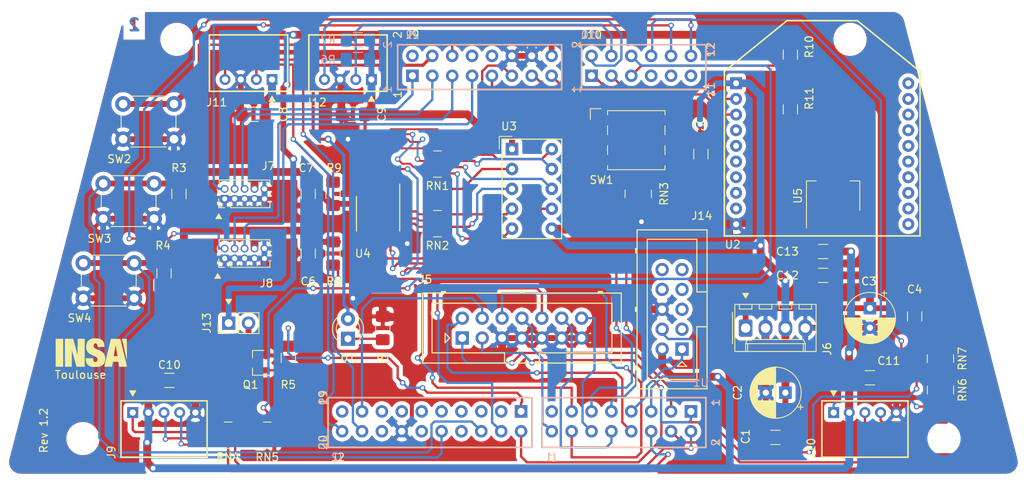
<source format=kicad_pcb>
(kicad_pcb (version 20171130) (host pcbnew 5.1.5-52549c5~84~ubuntu18.04.1)
  (title_block (title "Carte Capteur NXP") (date 2020-02-03) (rev 1.2) (company "INSA GEI"))
  (layers (0 F.Cu signal) (31 B.Cu signal) (34 B.Paste user) (35 F.Paste user) (36 B.SilkS user) (37 F.SilkS user) (38 B.Mask user) (39 F.Mask user) (44 Edge.Cuts user))
  (net 0 "")
  (net 1 +3V3)
  (net 2 GND)
  (net 3 +BATT)
  (net 4 "Net-(D1-Pad1)")
  (net 5 /PWR_LED)
  (net 6 /SERVO_PWM)
  (net 7 /PWM_MOT_R_1)
  (net 8 /PWM_MOT_R_2)
  (net 9 /PWM_MOT_L_1)
  (net 10 /PWM_MOT_L_2)
  (net 11 /RESET)
  (net 12 /SW_USER1)
  (net 13 /SW_USER2)
  (net 14 "Net-(RN1-Pad6)")
  (net 15 "Net-(RN1-Pad5)")
  (net 16 "Net-(RN1-Pad8)")
  (net 17 "Net-(RN1-Pad7)")
  (net 18 "Net-(RN1-Pad3)")
  (net 19 "Net-(RN1-Pad2)")
  (net 20 "Net-(RN1-Pad4)")
  (net 21 "Net-(RN1-Pad1)")
  (net 22 "Net-(RN2-Pad1)")
  (net 23 "Net-(RN2-Pad4)")
  (net 24 "Net-(RN2-Pad2)")
  (net 25 "Net-(RN2-Pad3)")
  (net 26 "Net-(RN2-Pad7)")
  (net 27 "Net-(RN2-Pad8)")
  (net 28 "Net-(RN2-Pad5)")
  (net 29 "Net-(RN2-Pad6)")
  (net 30 /ROT_SW_2)
  (net 31 /ROT_SW_1)
  (net 32 /ROT_SW_8)
  (net 33 /ROT_SW_4)
  (net 34 /USART_RX)
  (net 35 /USART_TX)
  (net 36 /CCD_AD0)
  (net 37 /CCD_AD1)
  (net 38 "Net-(J13-Pad2)")
  (net 39 /DISABLE_MOT_R)
  (net 40 /DISABLE_MOT_L)
  (net 41 /FEEDBACK_MOT_R)
  (net 42 /FEEDBACK_MOT_L)
  (net 43 /CCD_CLK0)
  (net 44 /CCD_SI0)
  (net 45 /CCD_SI1)
  (net 46 /CCD_CLK1)
  (net 47 /ENC_INDEX1)
  (net 48 /ENC_SIG_A1)
  (net 49 /ENC_SIG_B1)
  (net 50 /ENC_SIG_B2)
  (net 51 /ENC_SIG_A2)
  (net 52 /ENC_INDEX2)
  (net 53 /SENS_SDA1)
  (net 54 /SENS_SCL1)
  (net 55 /SENS_SCL2)
  (net 56 /SENS_SDA2)
  (net 57 /CAM_LED)
  (net 58 /DISP_LATCH)
  (net 59 /DISP_SIN)
  (net 60 /DISP_CLK)
  (net 61 "Net-(Q1-Pad1)")
  (net 62 /VBAT_ADC)
  (net 63 +5V)
  (net 64 "Net-(J9-Pad1)")
  (net 65 "Net-(J9-Pad4)")
  (net 66 "Net-(J9-Pad3)")
  (net 67 "Net-(J10-Pad1)")
  (net 68 "Net-(J10-Pad4)")
  (net 69 "Net-(J10-Pad3)")
  (net 70 /PIXY2_RX)
  (net 71 /PIXY2_TX)
  (module Connector_Multicomp:Multicomp_MC9A12-1434_2x07_P2.54mm_Vertical (layer F.Cu) (at 145.415 108.585)
    (fp_text reference J5 (at -4.699 -7.493) (layer F.SilkS))
    (fp_text value Conn_02x07_Odd_Even)
    (pad 14 thru_hole circle (at 15.24 -2.54) (size 1.7 1.7) (drill 1) (layers *.Cu *.Mask) (net 8 /PWM_MOT_R_2))
    (pad 13 thru_hole circle (at 15.24 0) (size 1.7 1.7) (drill 1) (layers *.Cu *.Mask) (net 2 GND))
    (pad 12 thru_hole circle (at 12.7 -2.54) (size 1.7 1.7) (drill 1) (layers *.Cu *.Mask) (net 7 /PWM_MOT_R_1))
    (pad 11 thru_hole circle (at 12.7 0) (size 1.7 1.7) (drill 1) (layers *.Cu *.Mask) (net 2 GND))
    (pad 10 thru_hole circle (at 10.16 -2.54) (size 1.7 1.7) (drill 1) (layers *.Cu *.Mask) (net 41 /FEEDBACK_MOT_R))
    (pad 9 thru_hole circle (at 10.16 0) (size 1.7 1.7) (drill 1) (layers *.Cu *.Mask) (net 2 GND))
    (pad 8 thru_hole circle (at 7.62 -2.54) (size 1.7 1.7) (drill 1) (layers *.Cu *.Mask) (net 10 /PWM_MOT_L_2))
    (pad 7 thru_hole circle (at 7.62 0) (size 1.7 1.7) (drill 1) (layers *.Cu *.Mask) (net 2 GND))
    (pad 6 thru_hole circle (at 5.08 -2.54) (size 1.7 1.7) (drill 1) (layers *.Cu *.Mask) (net 9 /PWM_MOT_L_1))
    (pad 5 thru_hole circle (at 5.08 0) (size 1.7 1.7) (drill 1) (layers *.Cu *.Mask) (net 2 GND))
    (pad 4 thru_hole circle (at 2.54 -2.54) (size 1.7 1.7) (drill 1) (layers *.Cu *.Mask) (net 42 /FEEDBACK_MOT_L))
    (pad 3 thru_hole circle (at 2.54 0) (size 1.7 1.7) (drill 1) (layers *.Cu *.Mask) (net 39 /DISABLE_MOT_R))
    (pad 2 thru_hole circle (at 0 -2.54) (size 1.7 1.7) (drill 1) (layers *.Cu *.Mask) (net 6 /SERVO_PWM))
    (pad 1 thru_hole rect (at 0 0) (size 1.7 1.7) (drill 1) (layers *.Cu *.Mask) (net 40 /DISABLE_MOT_L))
  )
  (module Resistor_SMD:R_Array_Convex_4x0603 (layer F.Cu) (at 206.5 115.222 270)
    (fp_text reference RN6 (at 0 -2.8 90) (layer F.SilkS))
    (fp_text value 2.2K)
    (pad 1 smd rect (at -0.9 -1.2 270) (size 0.8 0.5) (layers F.Cu F.Paste F.Mask) (net 50 /ENC_SIG_B2))
    (pad 3 smd rect (at -0.9 0.4 270) (size 0.8 0.4) (layers F.Cu F.Paste F.Mask) (net 52 /ENC_INDEX2))
    (pad 2 smd rect (at -0.9 -0.4 270) (size 0.8 0.4) (layers F.Cu F.Paste F.Mask) (net 51 /ENC_SIG_A2))
    (pad 4 smd rect (at -0.9 1.2 270) (size 0.8 0.5) (layers F.Cu F.Paste F.Mask))
    (pad 7 smd rect (at 0.9 -0.4 270) (size 0.8 0.4) (layers F.Cu F.Paste F.Mask) (net 69 "Net-(J10-Pad3)"))
    (pad 8 smd rect (at 0.9 -1.2 270) (size 0.8 0.5) (layers F.Cu F.Paste F.Mask) (net 68 "Net-(J10-Pad4)"))
    (pad 6 smd rect (at 0.9 0.4 270) (size 0.8 0.4) (layers F.Cu F.Paste F.Mask) (net 67 "Net-(J10-Pad1)"))
    (pad 5 smd rect (at 0.9 1.2 270) (size 0.8 0.5) (layers F.Cu F.Paste F.Mask))
  )
  (module Resistor_SMD:R_1206_3216Metric_Pad1.42x1.75mm_HandSolder (layer F.Cu) (at 128.905 90.17 270)
    (fp_text reference R9 (at -3.302 -0.127) (layer F.SilkS))
    (fp_text value 4.7K)
    (pad 2 smd roundrect (at 1.4875 0 270) (size 1.425 1.75) (layers F.Cu F.Paste F.Mask) (roundrect_rratio 0.175439) (net 1 +3V3))
    (pad 1 smd roundrect (at -1.4875 0 270) (size 1.425 1.75) (layers F.Cu F.Paste F.Mask) (roundrect_rratio 0.175439) (net 53 /SENS_SDA1))
  )
  (module Resistor_SMD:R_1206_3216Metric_Pad1.42x1.75mm_HandSolder (layer F.Cu) (at 128.905 97.79 90)
    (fp_text reference R8 (at -3.556 0.127 180) (layer F.SilkS))
    (fp_text value 4.7K)
    (pad 2 smd roundrect (at 1.4875 0 90) (size 1.425 1.75) (layers F.Cu F.Paste F.Mask) (roundrect_rratio 0.175439) (net 1 +3V3))
    (pad 1 smd roundrect (at -1.4875 0 90) (size 1.425 1.75) (layers F.Cu F.Paste F.Mask) (roundrect_rratio 0.175439) (net 54 /SENS_SCL1))
  )
  (module Resistor_SMD:R_1206_3216Metric_Pad1.42x1.75mm_HandSolder (layer B.Cu) (at 132.08 70.485)
    (fp_text reference R7 (at -3.81 0) (layer B.SilkS) (effects (justify mirror)))
    (fp_text value 4.7K)
    (pad 2 smd roundrect (at 1.4875 0) (size 1.425 1.75) (layers B.Cu B.Paste B.Mask) (roundrect_rratio 0.175439) (net 1 +3V3))
    (pad 1 smd roundrect (at -1.4875 0) (size 1.425 1.75) (layers B.Cu B.Paste B.Mask) (roundrect_rratio 0.175439) (net 56 /SENS_SDA2))
  )
  (module Resistor_SMD:R_1206_3216Metric_Pad1.42x1.75mm_HandSolder (layer B.Cu) (at 132.08 73.025)
    (fp_text reference R6 (at -3.81 0) (layer B.SilkS) (effects (justify mirror)))
    (fp_text value 4.7K)
    (pad 2 smd roundrect (at 1.4875 0) (size 1.425 1.75) (layers B.Cu B.Paste B.Mask) (roundrect_rratio 0.175439) (net 1 +3V3))
    (pad 1 smd roundrect (at -1.4875 0) (size 1.425 1.75) (layers B.Cu B.Paste B.Mask) (roundrect_rratio 0.175439) (net 55 /SENS_SCL2))
  )
  (module Insa:Nidec_Copal_SMR-8016C (layer F.Cu) (at 167.64 83.312)
    (fp_text reference SW1 (at -4.445 5.08) (layer F.SilkS))
    (fp_text value SMR8016C-1)
    (pad 8 smd rect (at 4 2.54) (size 3 1) (layers F.Cu F.Paste F.Mask) (net 32 /ROT_SW_8))
    (pad 2 smd rect (at -4 2.54) (size 3 1) (layers F.Cu F.Paste F.Mask) (net 30 /ROT_SW_2))
    (pad E smd rect (at 4 0) (size 3 1) (layers F.Cu F.Paste F.Mask))
    (pad C smd rect (at -4 0) (size 3 1) (layers F.Cu F.Paste F.Mask) (net 1 +3V3))
    (pad 4 smd rect (at 4 -2.54) (size 3 1) (layers F.Cu F.Paste F.Mask) (net 33 /ROT_SW_4))
    (pad 1 smd rect (at -4 -2.54) (size 3 1) (layers F.Cu F.Paste F.Mask) (net 31 /ROT_SW_1))
  )
  (module Package_TO_SOT_SMD:SOT-23 (layer F.Cu) (at 119.38 111.76 180)
    (fp_text reference Q1 (at 1.016 -2.794) (layer F.SilkS))
    (fp_text value NTR3C21NZT1G)
    (pad 3 smd rect (at 1 0 180) (size 0.9 0.8) (layers F.Cu F.Paste F.Mask) (net 38 "Net-(J13-Pad2)"))
    (pad 2 smd rect (at -1 0.95 180) (size 0.9 0.8) (layers F.Cu F.Paste F.Mask) (net 2 GND))
    (pad 1 smd rect (at -1 -0.95 180) (size 0.9 0.8) (layers F.Cu F.Paste F.Mask) (net 61 "Net-(Q1-Pad1)"))
  )
  (module Insa:DF3A-4P-2DS (layer F.Cu) (at 130.81 75.565 180)
    (fp_text reference J12 (at 4.064 -2.921) (layer F.SilkS))
    (fp_text value DF3A-4P-2DS)
    (pad 1 thru_hole rect (at -3 0 180) (size 1.4 1.4) (drill 0.8) (layers *.Cu *.Mask) (net 1 +3V3))
    (pad 4 thru_hole circle (at 3 0 180) (size 1.4 1.4) (drill 0.8) (layers *.Cu *.Mask) (net 55 /SENS_SCL2))
    (pad 3 thru_hole circle (at 1 0 180) (size 1.4 1.4) (drill 0.8) (layers *.Cu *.Mask) (net 2 GND))
    (pad 2 thru_hole circle (at -1 0 180) (size 1.4 1.4) (drill 0.8) (layers *.Cu *.Mask) (net 56 /SENS_SDA2))
  )
  (module Insa:DF3A-4P-2DS (layer F.Cu) (at 118.11 75.565 180)
    (fp_text reference J11 (at 4.064 -2.921) (layer F.SilkS))
    (fp_text value DF3A-4P-2DS)
    (pad 1 thru_hole rect (at -3 0 180) (size 1.4 1.4) (drill 0.8) (layers *.Cu *.Mask) (net 1 +3V3))
    (pad 4 thru_hole circle (at 3 0 180) (size 1.4 1.4) (drill 0.8) (layers *.Cu *.Mask) (net 54 /SENS_SCL1))
    (pad 3 thru_hole circle (at 1 0 180) (size 1.4 1.4) (drill 0.8) (layers *.Cu *.Mask) (net 2 GND))
    (pad 2 thru_hole circle (at -1 0 180) (size 1.4 1.4) (drill 0.8) (layers *.Cu *.Mask) (net 53 /SENS_SDA1))
  )
  (module Insa:DF3A-5P-2DS (layer F.Cu) (at 196.85 118.11)
    (fp_text reference J10 (at -6.858 4.572 90) (layer F.SilkS))
    (fp_text value DF3A-5P-2DS)
    (pad 5 thru_hole circle (at 4 0) (size 1.4 1.4) (drill 0.8) (layers *.Cu *.Mask) (net 2 GND))
    (pad 1 thru_hole rect (at -4 0) (size 1.4 1.4) (drill 0.8) (layers *.Cu *.Mask) (net 67 "Net-(J10-Pad1)"))
    (pad 4 thru_hole circle (at 2 0) (size 1.4 1.4) (drill 0.8) (layers *.Cu *.Mask) (net 68 "Net-(J10-Pad4)"))
    (pad 3 thru_hole circle (at 0 0) (size 1.4 1.4) (drill 0.8) (layers *.Cu *.Mask) (net 69 "Net-(J10-Pad3)"))
    (pad 2 thru_hole circle (at -2 0) (size 1.4 1.4) (drill 0.8) (layers *.Cu *.Mask) (net 63 +5V))
  )
  (module Insa:DF3A-5P-2DS (layer F.Cu) (at 107.315 118.11)
    (fp_text reference J9 (at -6.731 5.08 90) (layer F.SilkS))
    (fp_text value DF3A-5P-2DS)
    (pad 5 thru_hole circle (at 4 0) (size 1.4 1.4) (drill 0.8) (layers *.Cu *.Mask) (net 2 GND))
    (pad 1 thru_hole rect (at -4 0) (size 1.4 1.4) (drill 0.8) (layers *.Cu *.Mask) (net 64 "Net-(J9-Pad1)"))
    (pad 4 thru_hole circle (at 2 0) (size 1.4 1.4) (drill 0.8) (layers *.Cu *.Mask) (net 65 "Net-(J9-Pad4)"))
    (pad 3 thru_hole circle (at 0 0) (size 1.4 1.4) (drill 0.8) (layers *.Cu *.Mask) (net 66 "Net-(J9-Pad3)"))
    (pad 2 thru_hole circle (at -2 0) (size 1.4 1.4) (drill 0.8) (layers *.Cu *.Mask) (net 63 +5V))
  )
  (module Resistor_SMD:R_1206_3216Metric_Pad1.42x1.75mm_HandSolder (layer F.Cu) (at 123.19 111.125 270)
    (fp_text reference R5 (at 3.429 0 180) (layer F.SilkS))
    (fp_text value 100R)
    (pad 2 smd roundrect (at 1.4875 0 270) (size 1.425 1.75) (layers F.Cu F.Paste F.Mask) (roundrect_rratio 0.175439) (net 61 "Net-(Q1-Pad1)"))
    (pad 1 smd roundrect (at -1.4875 0 270) (size 1.425 1.75) (layers F.Cu F.Paste F.Mask) (roundrect_rratio 0.175439) (net 57 /CAM_LED))
  )
  (module Connector_PinHeader_2.54mm:PinHeader_1x02_P2.54mm_Vertical (layer F.Cu) (at 115.57 106.68 90)
    (fp_text reference J13 (at 0 -2.794 90) (layer F.SilkS))
    (fp_text value Conn_01x02)
    (pad 2 thru_hole oval (at 0 2.54 90) (size 1.7 1.7) (drill 1) (layers *.Cu *.Mask) (net 38 "Net-(J13-Pad2)"))
    (pad 1 thru_hole rect (at 0 0 90) (size 1.7 1.7) (drill 1) (layers *.Cu *.Mask) (net 3 +BATT))
  )
  (module Capacitor_SMD:C_1206_3216Metric_Pad1.42x1.75mm_HandSolder (layer F.Cu) (at 197.485 113.665)
    (fp_text reference C11 (at 2.413 -2.159) (layer F.SilkS))
    (fp_text value 100nF)
    (pad 2 smd roundrect (at 1.4875 0) (size 1.425 1.75) (layers F.Cu F.Paste F.Mask) (roundrect_rratio 0.175439) (net 2 GND))
    (pad 1 smd roundrect (at -1.4875 0) (size 1.425 1.75) (layers F.Cu F.Paste F.Mask) (roundrect_rratio 0.175439) (net 63 +5V))
  )
  (module Capacitor_SMD:C_1206_3216Metric_Pad1.42x1.75mm_HandSolder (layer F.Cu) (at 108 114)
    (fp_text reference C10 (at 0 -1.986) (layer F.SilkS))
    (fp_text value 100nF)
    (pad 2 smd roundrect (at 1.4875 0) (size 1.425 1.75) (layers F.Cu F.Paste F.Mask) (roundrect_rratio 0.175439) (net 2 GND))
    (pad 1 smd roundrect (at -1.4875 0) (size 1.425 1.75) (layers F.Cu F.Paste F.Mask) (roundrect_rratio 0.175439) (net 63 +5V))
  )
  (module Capacitor_SMD:C_1206_3216Metric_Pad1.42x1.75mm_HandSolder (layer F.Cu) (at 131.445 80.01 180)
    (fp_text reference C9 (at -3.683 0 90) (layer F.SilkS))
    (fp_text value 100nF)
    (pad 2 smd roundrect (at 1.4875 0 180) (size 1.425 1.75) (layers F.Cu F.Paste F.Mask) (roundrect_rratio 0.175439) (net 2 GND))
    (pad 1 smd roundrect (at -1.4875 0 180) (size 1.425 1.75) (layers F.Cu F.Paste F.Mask) (roundrect_rratio 0.175439) (net 1 +3V3))
  )
  (module Capacitor_SMD:C_1206_3216Metric_Pad1.42x1.75mm_HandSolder (layer F.Cu) (at 118.745 80.01 180)
    (fp_text reference C8 (at -3.81 0 90) (layer F.SilkS))
    (fp_text value 100nF)
    (pad 2 smd roundrect (at 1.4875 0 180) (size 1.425 1.75) (layers F.Cu F.Paste F.Mask) (roundrect_rratio 0.175439) (net 2 GND))
    (pad 1 smd roundrect (at -1.4875 0 180) (size 1.425 1.75) (layers F.Cu F.Paste F.Mask) (roundrect_rratio 0.175439) (net 1 +3V3))
  )
  (module Capacitor_SMD:C_1206_3216Metric_Pad1.42x1.75mm_HandSolder (layer F.Cu) (at 125.73 90.17 270)
    (fp_text reference C7 (at -3.302 0.254) (layer F.SilkS))
    (fp_text value 100nF)
    (pad 2 smd roundrect (at 1.4875 0 270) (size 1.425 1.75) (layers F.Cu F.Paste F.Mask) (roundrect_rratio 0.175439) (net 2 GND))
    (pad 1 smd roundrect (at -1.4875 0 270) (size 1.425 1.75) (layers F.Cu F.Paste F.Mask) (roundrect_rratio 0.175439) (net 1 +3V3))
  )
  (module Capacitor_SMD:C_1206_3216Metric_Pad1.42x1.75mm_HandSolder (layer F.Cu) (at 125.73 97.79 270)
    (fp_text reference C6 (at 3.556 0 180) (layer F.SilkS))
    (fp_text value 100nF)
    (pad 2 smd roundrect (at 1.4875 0 270) (size 1.425 1.75) (layers F.Cu F.Paste F.Mask) (roundrect_rratio 0.175439) (net 2 GND))
    (pad 1 smd roundrect (at -1.4875 0 270) (size 1.425 1.75) (layers F.Cu F.Paste F.Mask) (roundrect_rratio 0.175439) (net 1 +3V3))
  )
  (module Insa:Xbee3 (layer F.Cu) (at 191.389 82.042)
    (fp_text reference U2 (at -11.43 14.605) (layer F.SilkS))
    (fp_text value XBee)
    (pad 10 thru_hole circle (at -11 12) (size 1.524 1.524) (drill 0.762) (layers *.Cu *.Mask) (net 2 GND))
    (pad 9 thru_hole circle (at -11 10) (size 1.524 1.524) (drill 0.762) (layers *.Cu *.Mask))
    (pad 8 thru_hole circle (at -11 8) (size 1.524 1.524) (drill 0.762) (layers *.Cu *.Mask))
    (pad 7 thru_hole circle (at -11 6) (size 1.524 1.524) (drill 0.762) (layers *.Cu *.Mask))
    (pad 6 thru_hole circle (at -11 4) (size 1.524 1.524) (drill 0.762) (layers *.Cu *.Mask))
    (pad 5 thru_hole circle (at -11 2) (size 1.524 1.524) (drill 0.762) (layers *.Cu *.Mask))
    (pad 11 thru_hole circle (at 11 12) (size 1.524 1.524) (drill 0.762) (layers *.Cu *.Mask))
    (pad 12 thru_hole circle (at 11 10) (size 1.524 1.524) (drill 0.762) (layers *.Cu *.Mask))
    (pad 13 thru_hole circle (at 11 8) (size 1.524 1.524) (drill 0.762) (layers *.Cu *.Mask))
    (pad 14 thru_hole circle (at 11 6) (size 1.524 1.524) (drill 0.762) (layers *.Cu *.Mask))
    (pad 15 thru_hole circle (at 11 4) (size 1.524 1.524) (drill 0.762) (layers *.Cu *.Mask))
    (pad 16 thru_hole circle (at 11 2) (size 1.524 1.524) (drill 0.762) (layers *.Cu *.Mask))
    (pad 20 thru_hole circle (at 11 -6) (size 1.524 1.524) (drill 0.762) (layers *.Cu *.Mask))
    (pad 19 thru_hole circle (at 11 -4) (size 1.524 1.524) (drill 0.762) (layers *.Cu *.Mask))
    (pad 18 thru_hole circle (at 11 -2) (size 1.524 1.524) (drill 0.762) (layers *.Cu *.Mask))
    (pad 1 thru_hole rect (at -11 -6) (size 1.524 1.524) (drill 0.762) (layers *.Cu *.Mask) (net 1 +3V3))
    (pad 2 thru_hole circle (at -11 -4) (size 1.524 1.524) (drill 0.762) (layers *.Cu *.Mask) (net 34 /USART_RX))
    (pad 3 thru_hole circle (at -11 -2) (size 1.524 1.524) (drill 0.762) (layers *.Cu *.Mask) (net 35 /USART_TX))
    (pad 17 thru_hole circle (at 11 0) (size 1.524 1.524) (drill 0.762) (layers *.Cu *.Mask))
    (pad 4 thru_hole circle (at -11 0) (size 1.524 1.524) (drill 0.762) (layers *.Cu *.Mask))
  )
  (module Insa:insa-image (layer F.Cu) (at 98.171 110.617)
    (fp_text reference Logo1 hide)
    (fp_text value LOGO hide)
  )
  (module Insa:FRDM-KL25Z (layer B.Cu) (at 156.845 96.52 270)
    (fp_text reference U1 (at 17.78 -19.05) (layer B.SilkS) (effects (justify mirror)))
    (fp_text value FRDM-KL25Z)
    (fp_text user J1 (at 27.305 0) (layer F.SilkS))
    (fp_text user J2 (at 27.305 27.305) (layer F.SilkS))
    (fp_text user J9 (at -26.67 17.78) (layer F.SilkS))
    (fp_text user J10 (at -26.67 -5.08) (layer F.SilkS))
    (fp_text user J2 (at 27.305 27.305) (layer B.SilkS) (effects (justify mirror)))
    (fp_text user J1 (at 27.305 0) (layer B.SilkS) (effects (justify mirror)))
    (fp_text user J9 (at -26.67 17.78) (layer B.SilkS) (effects (justify mirror)))
    (fp_text user J10 (at -26.67 -5.08) (layer B.SilkS) (effects (justify mirror)))
    (fp_text user 1 (at -19.685 20.955 90) (layer B.SilkS) (effects (justify mirror)))
    (fp_text user 2 (at -25.4 20.955 90) (layer B.SilkS) (effects (justify mirror)))
    (fp_text user 1 (at -19.685 -3.175 90) (layer B.SilkS) (effects (justify mirror)))
    (fp_text user 2 (at -25.4 -3.175 90) (layer B.SilkS) (effects (justify mirror)))
    (fp_text user 11 (at -19.685 -20.32 90) (layer B.SilkS) (effects (justify mirror)))
    (fp_text user 12 (at -24.765 -20.32 90) (layer B.SilkS) (effects (justify mirror)))
    (fp_text user 19 (at 19.685 29.21 90) (layer B.SilkS) (effects (justify mirror)))
    (fp_text user 20 (at 25.4 29.21 90) (layer B.SilkS) (effects (justify mirror)))
    (fp_text user 1 (at 20.32 -20.955 90) (layer B.SilkS) (effects (justify mirror)))
    (fp_text user 2 (at 25.4 -20.955 90) (layer B.SilkS) (effects (justify mirror)))
    (fp_text user 1 (at -19.05 19.685 90) (layer F.SilkS))
    (fp_text user 2 (at -26.67 19.685 90) (layer F.SilkS))
    (fp_text user 1 (at -19.685 -3.175 90) (layer F.SilkS))
    (fp_text user 2 (at -25.4 -3.175 90) (layer F.SilkS))
    (fp_text user 12 (at -24.765 -20.32 90) (layer F.SilkS))
    (fp_text user 11 (at -19.685 -20.32 90) (layer F.SilkS))
    (fp_text user 1 (at 20.32 -20.955 90) (layer F.SilkS))
    (fp_text user 2 (at 25.4 -20.955 90) (layer F.SilkS))
    (fp_text user 19 (at 19.685 29.21 90) (layer F.SilkS))
    (fp_text user 20 (at 25.4 29.21 90) (layer F.SilkS))
    (pad 2.14 thru_hole circle (at 23.98 19.16 270) (size 1.6 1.6) (drill 0.9) (layers *.Cu *.Mask) (net 2 GND))
    (pad 2.12 thru_hole circle (at 23.98 16.62 270) (size 1.6 1.6) (drill 0.9) (layers *.Cu *.Mask))
    (pad 2.10 thru_hole circle (at 23.98 14.08 270) (size 1.6 1.6) (drill 0.9) (layers *.Cu *.Mask) (net 12 /SW_USER1))
    (pad 2.8 thru_hole circle (at 23.98 11.54 270) (size 1.6 1.6) (drill 0.9) (layers *.Cu *.Mask))
    (pad 2.6 thru_hole circle (at 23.98 9 270) (size 1.6 1.6) (drill 0.9) (layers *.Cu *.Mask) (net 13 /SW_USER2))
    (pad 2.4 thru_hole circle (at 23.98 6.46 270) (size 1.6 1.6) (drill 0.9) (layers *.Cu *.Mask) (net 41 /FEEDBACK_MOT_R))
    (pad 2.2 thru_hole circle (at 23.98 3.92 270) (size 1.6 1.6) (drill 0.9) (layers *.Cu *.Mask) (net 52 /ENC_INDEX2))
    (pad 2.16 thru_hole circle (at 23.98 21.7 270) (size 1.6 1.6) (drill 0.9) (layers *.Cu *.Mask))
    (pad 2.18 thru_hole circle (at 23.98 24.24 270) (size 1.6 1.6) (drill 0.9) (layers *.Cu *.Mask) (net 54 /SENS_SCL1))
    (pad 2.20 thru_hole circle (at 23.98 26.78 270) (size 1.6 1.6) (drill 0.9) (layers *.Cu *.Mask) (net 53 /SENS_SDA1))
    (pad 2.19 thru_hole circle (at 21.44 26.78 270) (size 1.6 1.6) (drill 0.9) (layers *.Cu *.Mask))
    (pad 2.17 thru_hole circle (at 21.44 24.24 270) (size 1.6 1.6) (drill 0.9) (layers *.Cu *.Mask) (net 42 /FEEDBACK_MOT_L))
    (pad 2.15 thru_hole circle (at 21.44 21.7 270) (size 1.6 1.6) (drill 0.9) (layers *.Cu *.Mask))
    (pad 2.13 thru_hole circle (at 21.44 19.16 270) (size 1.6 1.6) (drill 0.9) (layers *.Cu *.Mask))
    (pad 2.11 thru_hole circle (at 21.44 16.62 270) (size 1.6 1.6) (drill 0.9) (layers *.Cu *.Mask))
    (pad 2.9 thru_hole circle (at 21.44 14.08 270) (size 1.6 1.6) (drill 0.9) (layers *.Cu *.Mask))
    (pad 2.7 thru_hole circle (at 21.44 11.54 270) (size 1.6 1.6) (drill 0.9) (layers *.Cu *.Mask))
    (pad 2.5 thru_hole circle (at 21.44 9 270) (size 1.6 1.6) (drill 0.9) (layers *.Cu *.Mask))
    (pad 2.3 thru_hole circle (at 21.44 6.46 270) (size 1.6 1.6) (drill 0.9) (layers *.Cu *.Mask))
    (pad 2.1 thru_hole rect (at 21.44 3.92 270) (size 1.6 1.6) (drill 0.9) (layers *.Cu *.Mask) (net 57 /CAM_LED))
    (pad 1.15 thru_hole circle (at 21.44 0 270) (size 1.6 1.6) (drill 0.9) (layers *.Cu *.Mask))
    (pad 1.16 thru_hole circle (at 23.98 0 270) (size 1.6 1.6) (drill 0.9) (layers *.Cu *.Mask) (net 10 /PWM_MOT_L_2))
    (pad 1.14 thru_hole circle (at 23.98 -2.54 270) (size 1.6 1.6) (drill 0.9) (layers *.Cu *.Mask) (net 9 /PWM_MOT_L_1))
    (pad 1.13 thru_hole circle (at 21.44 -2.54 270) (size 1.6 1.6) (drill 0.9) (layers *.Cu *.Mask) (net 58 /DISP_LATCH))
    (pad 1.11 thru_hole circle (at 21.44 -5.08 270) (size 1.6 1.6) (drill 0.9) (layers *.Cu *.Mask) (net 59 /DISP_SIN))
    (pad 1.12 thru_hole circle (at 23.98 -5.08 270) (size 1.6 1.6) (drill 0.9) (layers *.Cu *.Mask) (net 8 /PWM_MOT_R_2))
    (pad 1.10 thru_hole circle (at 23.98 -7.62 270) (size 1.6 1.6) (drill 0.9) (layers *.Cu *.Mask) (net 7 /PWM_MOT_R_1))
    (pad 1.9 thru_hole circle (at 21.44 -7.62 270) (size 1.6 1.6) (drill 0.9) (layers *.Cu *.Mask) (net 60 /DISP_CLK))
    (pad 1.7 thru_hole circle (at 21.44 -10.16 270) (size 1.6 1.6) (drill 0.9) (layers *.Cu *.Mask) (net 70 /PIXY2_RX))
    (pad 1.8 thru_hole circle (at 23.98 -10.16 270) (size 1.6 1.6) (drill 0.9) (layers *.Cu *.Mask) (net 6 /SERVO_PWM))
    (pad 1.6 thru_hole circle (at 23.98 -12.7 270) (size 1.6 1.6) (drill 0.9) (layers *.Cu *.Mask) (net 47 /ENC_INDEX1))
    (pad 1.5 thru_hole circle (at 21.44 -12.7 270) (size 1.6 1.6) (drill 0.9) (layers *.Cu *.Mask) (net 71 /PIXY2_TX))
    (pad 1.3 thru_hole circle (at 21.44 -15.24 270) (size 1.6 1.6) (drill 0.9) (layers *.Cu *.Mask) (net 40 /DISABLE_MOT_L))
    (pad 1.4 thru_hole circle (at 23.98 -15.24 270) (size 1.6 1.6) (drill 0.9) (layers *.Cu *.Mask) (net 50 /ENC_SIG_B2))
    (pad 1.2 thru_hole circle (at 23.98 -17.78 270) (size 1.6 1.6) (drill 0.9) (layers *.Cu *.Mask) (net 49 /ENC_SIG_B1))
    (pad 1.1 thru_hole rect (at 21.44 -17.78 270) (size 1.6 1.6) (drill 0.9) (layers *.Cu *.Mask) (net 39 /DISABLE_MOT_R))
    (pad 4.12 thru_hole circle (at -23.98 -17.78 270) (size 1.6 1.6) (drill 0.9) (layers *.Cu *.Mask) (net 37 /CCD_AD1))
    (pad 4.11 thru_hole circle (at -21.44 -17.78 270) (size 1.6 1.6) (drill 0.9) (layers *.Cu *.Mask))
    (pad 4.9 thru_hole circle (at -21.44 -15.24 270) (size 1.6 1.6) (drill 0.9) (layers *.Cu *.Mask))
    (pad 4.10 thru_hole circle (at -23.98 -15.24 270) (size 1.6 1.6) (drill 0.9) (layers *.Cu *.Mask) (net 36 /CCD_AD0))
    (pad 4.8 thru_hole circle (at -23.98 -12.7 270) (size 1.6 1.6) (drill 0.9) (layers *.Cu *.Mask) (net 51 /ENC_SIG_A2))
    (pad 4.7 thru_hole circle (at -21.44 -12.7 270) (size 1.6 1.6) (drill 0.9) (layers *.Cu *.Mask))
    (pad 4.5 thru_hole circle (at -21.44 -10.16 270) (size 1.6 1.6) (drill 0.9) (layers *.Cu *.Mask) (net 62 /VBAT_ADC))
    (pad 4.6 thru_hole circle (at -23.98 -10.16 270) (size 1.6 1.6) (drill 0.9) (layers *.Cu *.Mask) (net 48 /ENC_SIG_A1))
    (pad 4.4 thru_hole circle (at -23.98 -7.62 270) (size 1.6 1.6) (drill 0.9) (layers *.Cu *.Mask) (net 56 /SENS_SDA2))
    (pad 4.3 thru_hole circle (at -21.44 -7.62 270) (size 1.6 1.6) (drill 0.9) (layers *.Cu *.Mask) (net 34 /USART_RX))
    (pad 4.1 thru_hole rect (at -21.44 -5.08 270) (size 1.6 1.6) (drill 0.9) (layers *.Cu *.Mask) (net 35 /USART_TX))
    (pad 4.2 thru_hole circle (at -23.98 -5.08 270) (size 1.6 1.6) (drill 0.9) (layers *.Cu *.Mask) (net 55 /SENS_SCL2))
    (pad 3.16 thru_hole circle (at -23.98 0.02 270) (size 1.6 1.6) (drill 0.9) (layers *.Cu *.Mask) (net 3 +BATT))
    (pad 3.15 thru_hole circle (at -21.44 0.02 270) (size 1.6 1.6) (drill 0.9) (layers *.Cu *.Mask) (net 32 /ROT_SW_8))
    (pad 3.13 thru_hole circle (at -21.44 2.56 270) (size 1.6 1.6) (drill 0.9) (layers *.Cu *.Mask) (net 33 /ROT_SW_4))
    (pad 3.14 thru_hole circle (at -23.98 2.56 270) (size 1.6 1.6) (drill 0.9) (layers *.Cu *.Mask) (net 2 GND))
    (pad 3.12 thru_hole circle (at -23.98 5.1 270) (size 1.6 1.6) (drill 0.9) (layers *.Cu *.Mask) (net 2 GND))
    (pad 3.11 thru_hole circle (at -21.44 5.1 270) (size 1.6 1.6) (drill 0.9) (layers *.Cu *.Mask) (net 30 /ROT_SW_2))
    (pad 3.9 thru_hole circle (at -21.44 7.64 270) (size 1.6 1.6) (drill 0.9) (layers *.Cu *.Mask) (net 31 /ROT_SW_1))
    (pad 3.10 thru_hole circle (at -23.98 7.64 270) (size 1.6 1.6) (drill 0.9) (layers *.Cu *.Mask))
    (pad 3.8 thru_hole circle (at -23.98 10.18 270) (size 1.6 1.6) (drill 0.9) (layers *.Cu *.Mask))
    (pad 3.7 thru_hole circle (at -21.44 10.18 270) (size 1.6 1.6) (drill 0.9) (layers *.Cu *.Mask) (net 46 /CCD_CLK1))
    (pad 3.5 thru_hole circle (at -21.44 12.72 270) (size 1.6 1.6) (drill 0.9) (layers *.Cu *.Mask) (net 45 /CCD_SI1))
    (pad 3.6 thru_hole circle (at -23.98 12.72 270) (size 1.6 1.6) (drill 0.9) (layers *.Cu *.Mask) (net 11 /RESET))
    (pad 3.4 thru_hole circle (at -23.98 15.26 270) (size 1.6 1.6) (drill 0.9) (layers *.Cu *.Mask) (net 5 /PWR_LED))
    (pad 3.3 thru_hole circle (at -21.44 15.26 270) (size 1.6 1.6) (drill 0.9) (layers *.Cu *.Mask) (net 43 /CCD_CLK0))
    (pad 3.1 thru_hole rect (at -21.44 17.8 270) (size 1.6 1.6) (drill 0.9) (layers *.Cu *.Mask) (net 44 /CCD_SI0))
    (pad 3.2 thru_hole circle (at -23.98 17.8 270) (size 1.6 1.6) (drill 0.9) (layers *.Cu *.Mask))
  )
  (module Capacitor_THT:CP_Radial_D6.3mm_P2.50mm (layer F.Cu) (at 186.69 115.57 180)
    (fp_text reference C2 (at 6.096 0 90) (layer F.SilkS))
    (fp_text value 100µF)
    (pad 1 thru_hole rect (at 0 0 180) (size 1.6 1.6) (drill 0.8) (layers *.Cu *.Mask) (net 1 +3V3))
    (pad 2 thru_hole circle (at 2.5 0 180) (size 1.6 1.6) (drill 0.8) (layers *.Cu *.Mask) (net 2 GND))
  )
  (module Capacitor_THT:CP_Radial_D6.3mm_P2.50mm (layer F.Cu) (at 197.485 104.775 270)
    (fp_text reference C3 (at -3.429 0.127 180) (layer F.SilkS))
    (fp_text value 100µF)
    (pad 2 thru_hole circle (at 2.5 0 270) (size 1.6 1.6) (drill 0.8) (layers *.Cu *.Mask) (net 2 GND))
    (pad 1 thru_hole rect (at 0 0 270) (size 1.6 1.6) (drill 0.8) (layers *.Cu *.Mask) (net 3 +BATT))
  )
  (module LED_THT:LED_D3.0mm (layer F.Cu) (at 130.81 108.679999 90)
    (fp_text reference D1 (at -2.445001 0 180) (layer F.SilkS))
    (fp_text value LED)
    (pad 1 thru_hole rect (at 0 0 90) (size 1.8 1.8) (drill 0.9) (layers *.Cu *.Mask) (net 4 "Net-(D1-Pad1)"))
    (pad 2 thru_hole circle (at 2.54 0 90) (size 1.8 1.8) (drill 0.9) (layers *.Cu *.Mask) (net 5 /PWR_LED))
  )
  (module Connector_Molex:Molex_KK-254_AE-6410-04A_1x04_P2.54mm_Vertical (layer F.Cu) (at 181.61 107.315)
    (fp_text reference J6 (at 10.414 2.667 90) (layer F.SilkS))
    (fp_text value "Molex KK 254")
    (pad 1 thru_hole roundrect (at 0 0) (size 1.74 2.2) (drill 1.2) (layers *.Cu *.Mask) (roundrect_rratio 0.143678) (net 3 +BATT))
    (pad 2 thru_hole oval (at 2.54 0) (size 1.74 2.2) (drill 1.2) (layers *.Cu *.Mask) (net 2 GND))
    (pad 3 thru_hole oval (at 5.08 0) (size 1.74 2.2) (drill 1.2) (layers *.Cu *.Mask) (net 1 +3V3))
    (pad 4 thru_hole oval (at 7.62 0) (size 1.74 2.2) (drill 1.2) (layers *.Cu *.Mask) (net 2 GND))
  )
  (module Connector_PinHeader_1.27mm:PinHeader_2x05_P1.27mm_Vertical (layer F.Cu) (at 115.062 90.805 90)
    (fp_text reference J7 (at 4.191 5.588 180) (layer F.SilkS))
    (fp_text value "Samtec FTS-105-01-L-DV")
    (pad 10 thru_hole oval (at 1.27 5.08 90) (size 1 1) (drill 0.65) (layers *.Cu *.Mask) (net 2 GND))
    (pad 9 thru_hole oval (at 0 5.08 90) (size 1 1) (drill 0.65) (layers *.Cu *.Mask) (net 2 GND))
    (pad 8 thru_hole oval (at 1.27 3.81 90) (size 1 1) (drill 0.65) (layers *.Cu *.Mask) (net 1 +3V3))
    (pad 7 thru_hole oval (at 0 3.81 90) (size 1 1) (drill 0.65) (layers *.Cu *.Mask) (net 2 GND))
    (pad 6 thru_hole oval (at 1.27 2.54 90) (size 1 1) (drill 0.65) (layers *.Cu *.Mask) (net 43 /CCD_CLK0))
    (pad 5 thru_hole oval (at 0 2.54 90) (size 1 1) (drill 0.65) (layers *.Cu *.Mask) (net 2 GND))
    (pad 4 thru_hole oval (at 1.27 1.27 90) (size 1 1) (drill 0.65) (layers *.Cu *.Mask) (net 44 /CCD_SI0))
    (pad 3 thru_hole oval (at 0 1.27 90) (size 1 1) (drill 0.65) (layers *.Cu *.Mask) (net 2 GND))
    (pad 2 thru_hole oval (at 1.27 0 90) (size 1 1) (drill 0.65) (layers *.Cu *.Mask) (net 36 /CCD_AD0))
    (pad 1 thru_hole rect (at 0 0 90) (size 1 1) (drill 0.65) (layers *.Cu *.Mask) (net 2 GND))
  )
  (module Connector_PinHeader_1.27mm:PinHeader_2x05_P1.27mm_Vertical (layer F.Cu) (at 115.062 98.425 90)
    (fp_text reference J8 (at -3.175 5.334 180) (layer F.SilkS))
    (fp_text value "Samtec FTS-105-01-L-DV")
    (pad 1 thru_hole rect (at 0 0 90) (size 1 1) (drill 0.65) (layers *.Cu *.Mask) (net 2 GND))
    (pad 2 thru_hole oval (at 1.27 0 90) (size 1 1) (drill 0.65) (layers *.Cu *.Mask) (net 37 /CCD_AD1))
    (pad 3 thru_hole oval (at 0 1.27 90) (size 1 1) (drill 0.65) (layers *.Cu *.Mask) (net 2 GND))
    (pad 4 thru_hole oval (at 1.27 1.27 90) (size 1 1) (drill 0.65) (layers *.Cu *.Mask) (net 45 /CCD_SI1))
    (pad 5 thru_hole oval (at 0 2.54 90) (size 1 1) (drill 0.65) (layers *.Cu *.Mask) (net 2 GND))
    (pad 6 thru_hole oval (at 1.27 2.54 90) (size 1 1) (drill 0.65) (layers *.Cu *.Mask) (net 46 /CCD_CLK1))
    (pad 7 thru_hole oval (at 0 3.81 90) (size 1 1) (drill 0.65) (layers *.Cu *.Mask) (net 2 GND))
    (pad 8 thru_hole oval (at 1.27 3.81 90) (size 1 1) (drill 0.65) (layers *.Cu *.Mask) (net 1 +3V3))
    (pad 9 thru_hole oval (at 0 5.08 90) (size 1 1) (drill 0.65) (layers *.Cu *.Mask) (net 2 GND))
    (pad 10 thru_hole oval (at 1.27 5.08 90) (size 1 1) (drill 0.65) (layers *.Cu *.Mask) (net 2 GND))
  )
  (module Resistor_SMD:R_1206_3216Metric_Pad1.42x1.75mm_HandSolder (layer F.Cu) (at 135.255 107.315 90)
    (fp_text reference R1 (at -3.937 0.127 180) (layer F.SilkS))
    (fp_text value 100R)
    (pad 1 smd roundrect (at -1.4875 0 90) (size 1.425 1.75) (layers F.Cu F.Paste F.Mask) (roundrect_rratio 0.175439) (net 4 "Net-(D1-Pad1)"))
    (pad 2 smd roundrect (at 1.4875 0 90) (size 1.425 1.75) (layers F.Cu F.Paste F.Mask) (roundrect_rratio 0.175439) (net 2 GND))
  )
  (module Capacitor_SMD:C_1206_3216Metric_Pad1.42x1.75mm_HandSolder (layer F.Cu) (at 185.42 121.285 180)
    (fp_text reference C1 (at 3.81 0.127 90) (layer F.SilkS))
    (fp_text value 100nF)
    (pad 1 smd roundrect (at -1.4875 0 180) (size 1.425 1.75) (layers F.Cu F.Paste F.Mask) (roundrect_rratio 0.175439) (net 1 +3V3))
    (pad 2 smd roundrect (at 1.4875 0 180) (size 1.425 1.75) (layers F.Cu F.Paste F.Mask) (roundrect_rratio 0.175439) (net 2 GND))
  )
  (module Capacitor_SMD:C_1206_3216Metric_Pad1.42x1.75mm_HandSolder (layer F.Cu) (at 203.2 105.8275 270)
    (fp_text reference C4 (at -3.4655 0 180) (layer F.SilkS))
    (fp_text value 100nF)
    (pad 2 smd roundrect (at 1.4875 0 270) (size 1.425 1.75) (layers F.Cu F.Paste F.Mask) (roundrect_rratio 0.175439) (net 2 GND))
    (pad 1 smd roundrect (at -1.4875 0 270) (size 1.425 1.75) (layers F.Cu F.Paste F.Mask) (roundrect_rratio 0.175439) (net 3 +BATT))
  )
  (module Capacitor_SMD:C_1206_3216Metric_Pad1.42x1.75mm_HandSolder (layer F.Cu) (at 175.895 85.09 270)
    (fp_text reference C5 (at -3.556 0.127 180) (layer F.SilkS))
    (fp_text value 100nF)
    (pad 1 smd roundrect (at -1.4875 0 270) (size 1.425 1.75) (layers F.Cu F.Paste F.Mask) (roundrect_rratio 0.175439) (net 1 +3V3))
    (pad 2 smd roundrect (at 1.4875 0 270) (size 1.425 1.75) (layers F.Cu F.Paste F.Mask) (roundrect_rratio 0.175439) (net 2 GND))
  )
  (module Resistor_SMD:R_1206_3216Metric_Pad1.42x1.75mm_HandSolder (layer F.Cu) (at 109.22 90.17 90)
    (fp_text reference R3 (at 3.302 0 180) (layer F.SilkS))
    (fp_text value 10K)
    (pad 2 smd roundrect (at 1.4875 0 90) (size 1.425 1.75) (layers F.Cu F.Paste F.Mask) (roundrect_rratio 0.175439) (net 12 /SW_USER1))
    (pad 1 smd roundrect (at -1.4875 0 90) (size 1.425 1.75) (layers F.Cu F.Paste F.Mask) (roundrect_rratio 0.175439) (net 1 +3V3))
  )
  (module Resistor_SMD:R_1206_3216Metric_Pad1.42x1.75mm_HandSolder (layer F.Cu) (at 107.315 100.33 90)
    (fp_text reference R4 (at 3.556 -0.127 180) (layer F.SilkS))
    (fp_text value 10K)
    (pad 1 smd roundrect (at -1.4875 0 90) (size 1.425 1.75) (layers F.Cu F.Paste F.Mask) (roundrect_rratio 0.175439) (net 1 +3V3))
    (pad 2 smd roundrect (at 1.4875 0 90) (size 1.425 1.75) (layers F.Cu F.Paste F.Mask) (roundrect_rratio 0.175439) (net 13 /SW_USER2))
  )
  (module Button_Switch_THT:SW_PUSH_6mm_H4.3mm (layer F.Cu) (at 108.585 83.185 180)
    (fp_text reference SW2 (at 6.985 -2.54) (layer F.SilkS))
    (fp_text value Reset)
    (pad 2 thru_hole circle (at 0 4.5 270) (size 2 2) (drill 1.1) (layers *.Cu *.Mask) (net 11 /RESET))
    (pad 1 thru_hole circle (at 0 0 270) (size 2 2) (drill 1.1) (layers *.Cu *.Mask) (net 2 GND))
    (pad 2 thru_hole circle (at 6.5 4.5 270) (size 2 2) (drill 1.1) (layers *.Cu *.Mask) (net 11 /RESET))
    (pad 1 thru_hole circle (at 6.5 0 270) (size 2 2) (drill 1.1) (layers *.Cu *.Mask) (net 2 GND))
  )
  (module Button_Switch_THT:SW_PUSH_6mm_H4.3mm (layer F.Cu) (at 106.045 93.345 180)
    (fp_text reference SW3 (at 6.985 -2.54) (layer F.SilkS))
    (fp_text value USER1)
    (pad 1 thru_hole circle (at 6.5 0 270) (size 2 2) (drill 1.1) (layers *.Cu *.Mask) (net 2 GND))
    (pad 2 thru_hole circle (at 6.5 4.5 270) (size 2 2) (drill 1.1) (layers *.Cu *.Mask) (net 12 /SW_USER1))
    (pad 1 thru_hole circle (at 0 0 270) (size 2 2) (drill 1.1) (layers *.Cu *.Mask) (net 2 GND))
    (pad 2 thru_hole circle (at 0 4.5 270) (size 2 2) (drill 1.1) (layers *.Cu *.Mask) (net 12 /SW_USER1))
  )
  (module Button_Switch_THT:SW_PUSH_6mm_H4.3mm (layer F.Cu) (at 103.505 103.505 180)
    (fp_text reference SW4 (at 6.985 -2.54) (layer F.SilkS))
    (fp_text value USER2)
    (pad 2 thru_hole circle (at 0 4.5 270) (size 2 2) (drill 1.1) (layers *.Cu *.Mask) (net 13 /SW_USER2))
    (pad 1 thru_hole circle (at 0 0 270) (size 2 2) (drill 1.1) (layers *.Cu *.Mask) (net 2 GND))
    (pad 2 thru_hole circle (at 6.5 4.5 270) (size 2 2) (drill 1.1) (layers *.Cu *.Mask) (net 13 /SW_USER2))
    (pad 1 thru_hole circle (at 6.5 0 270) (size 2 2) (drill 1.1) (layers *.Cu *.Mask) (net 2 GND))
  )
  (module Display_7Segment:HDSP-A151 (layer F.Cu) (at 151.765 84.455)
    (fp_text reference U3 (at -0.381 -2.921) (layer F.SilkS))
    (fp_text value HDSP-7501)
    (pad 1 thru_hole rect (at 0 0) (size 1.6 1.6) (drill 0.8) (layers *.Cu *.Mask) (net 1 +3V3))
    (pad 2 thru_hole circle (at 0 2.54) (size 1.6 1.6) (drill 0.8) (layers *.Cu *.Mask) (net 25 "Net-(RN2-Pad3)"))
    (pad 3 thru_hole circle (at 0 5.08) (size 1.6 1.6) (drill 0.8) (layers *.Cu *.Mask) (net 24 "Net-(RN2-Pad2)"))
    (pad 4 thru_hole circle (at 0 7.62) (size 1.6 1.6) (drill 0.8) (layers *.Cu *.Mask) (net 23 "Net-(RN2-Pad4)"))
    (pad 5 thru_hole circle (at 0 10.16) (size 1.6 1.6) (drill 0.8) (layers *.Cu *.Mask) (net 21 "Net-(RN1-Pad1)"))
    (pad 6 thru_hole circle (at 5.08 10.16) (size 1.6 1.6) (drill 0.8) (layers *.Cu *.Mask) (net 1 +3V3))
    (pad 7 thru_hole circle (at 5.08 7.62) (size 1.6 1.6) (drill 0.8) (layers *.Cu *.Mask) (net 22 "Net-(RN2-Pad1)"))
    (pad 8 thru_hole circle (at 5.08 5.08) (size 1.6 1.6) (drill 0.8) (layers *.Cu *.Mask) (net 19 "Net-(RN1-Pad2)"))
    (pad 9 thru_hole circle (at 5.08 2.54) (size 1.6 1.6) (drill 0.8) (layers *.Cu *.Mask) (net 18 "Net-(RN1-Pad3)"))
    (pad 10 thru_hole circle (at 5.08 0) (size 1.6 1.6) (drill 0.8) (layers *.Cu *.Mask) (net 20 "Net-(RN1-Pad4)"))
  )
  (module Package_SO:TSSOP-16_4.4x5mm_P0.65mm (layer F.Cu) (at 134.62 92.71 270)
    (fp_text reference U4 (at 5.08 1.905 180) (layer F.SilkS))
    (fp_text value TCL6C598)
    (pad 1 smd rect (at -2.95 -2.275 270) (size 1.5 0.45) (layers F.Cu F.Paste F.Mask) (net 1 +3V3))
    (pad 2 smd rect (at -2.95 -1.625 270) (size 1.5 0.45) (layers F.Cu F.Paste F.Mask) (net 59 /DISP_SIN))
    (pad 3 smd rect (at -2.95 -0.975 270) (size 1.5 0.45) (layers F.Cu F.Paste F.Mask) (net 15 "Net-(RN1-Pad5)"))
    (pad 4 smd rect (at -2.95 -0.325 270) (size 1.5 0.45) (layers F.Cu F.Paste F.Mask) (net 14 "Net-(RN1-Pad6)"))
    (pad 5 smd rect (at -2.95 0.325 270) (size 1.5 0.45) (layers F.Cu F.Paste F.Mask) (net 17 "Net-(RN1-Pad7)"))
    (pad 6 smd rect (at -2.95 0.975 270) (size 1.5 0.45) (layers F.Cu F.Paste F.Mask) (net 16 "Net-(RN1-Pad8)"))
    (pad 7 smd rect (at -2.95 1.625 270) (size 1.5 0.45) (layers F.Cu F.Paste F.Mask) (net 1 +3V3))
    (pad 8 smd rect (at -2.95 2.275 270) (size 1.5 0.45) (layers F.Cu F.Paste F.Mask) (net 2 GND))
    (pad 9 smd rect (at 2.95 2.275 270) (size 1.5 0.45) (layers F.Cu F.Paste F.Mask))
    (pad 10 smd rect (at 2.95 1.625 270) (size 1.5 0.45) (layers F.Cu F.Paste F.Mask) (net 58 /DISP_LATCH))
    (pad 11 smd rect (at 2.95 0.975 270) (size 1.5 0.45) (layers F.Cu F.Paste F.Mask) (net 28 "Net-(RN2-Pad5)"))
    (pad 12 smd rect (at 2.95 0.325 270) (size 1.5 0.45) (layers F.Cu F.Paste F.Mask) (net 29 "Net-(RN2-Pad6)"))
    (pad 13 smd rect (at 2.95 -0.325 270) (size 1.5 0.45) (layers F.Cu F.Paste F.Mask) (net 26 "Net-(RN2-Pad7)"))
    (pad 14 smd rect (at 2.95 -0.975 270) (size 1.5 0.45) (layers F.Cu F.Paste F.Mask) (net 27 "Net-(RN2-Pad8)"))
    (pad 15 smd rect (at 2.95 -1.625 270) (size 1.5 0.45) (layers F.Cu F.Paste F.Mask) (net 60 /DISP_CLK))
    (pad 16 smd rect (at 2.95 -2.275 270) (size 1.5 0.45) (layers F.Cu F.Paste F.Mask) (net 2 GND))
  )
  (module Resistor_SMD:R_Array_Convex_4x0603 (layer F.Cu) (at 142.24 86.36 180)
    (fp_text reference RN1 (at 0 -2.8) (layer F.SilkS))
    (fp_text value 220R)
    (pad 5 smd rect (at 0.9 1.2 180) (size 0.8 0.5) (layers F.Cu F.Paste F.Mask) (net 15 "Net-(RN1-Pad5)"))
    (pad 6 smd rect (at 0.9 0.4 180) (size 0.8 0.4) (layers F.Cu F.Paste F.Mask) (net 14 "Net-(RN1-Pad6)"))
    (pad 8 smd rect (at 0.9 -1.2 180) (size 0.8 0.5) (layers F.Cu F.Paste F.Mask) (net 16 "Net-(RN1-Pad8)"))
    (pad 7 smd rect (at 0.9 -0.4 180) (size 0.8 0.4) (layers F.Cu F.Paste F.Mask) (net 17 "Net-(RN1-Pad7)"))
    (pad 4 smd rect (at -0.9 1.2 180) (size 0.8 0.5) (layers F.Cu F.Paste F.Mask) (net 20 "Net-(RN1-Pad4)"))
    (pad 2 smd rect (at -0.9 -0.4 180) (size 0.8 0.4) (layers F.Cu F.Paste F.Mask) (net 19 "Net-(RN1-Pad2)"))
    (pad 3 smd rect (at -0.9 0.4 180) (size 0.8 0.4) (layers F.Cu F.Paste F.Mask) (net 18 "Net-(RN1-Pad3)"))
    (pad 1 smd rect (at -0.9 -1.2 180) (size 0.8 0.5) (layers F.Cu F.Paste F.Mask) (net 21 "Net-(RN1-Pad1)"))
  )
  (module Resistor_SMD:R_Array_Convex_4x0603 (layer F.Cu) (at 142.24 93.98 180)
    (fp_text reference RN2 (at 0 -2.8) (layer F.SilkS))
    (fp_text value 220R)
    (pad 1 smd rect (at -0.9 -1.2 180) (size 0.8 0.5) (layers F.Cu F.Paste F.Mask) (net 22 "Net-(RN2-Pad1)"))
    (pad 3 smd rect (at -0.9 0.4 180) (size 0.8 0.4) (layers F.Cu F.Paste F.Mask) (net 25 "Net-(RN2-Pad3)"))
    (pad 2 smd rect (at -0.9 -0.4 180) (size 0.8 0.4) (layers F.Cu F.Paste F.Mask) (net 24 "Net-(RN2-Pad2)"))
    (pad 4 smd rect (at -0.9 1.2 180) (size 0.8 0.5) (layers F.Cu F.Paste F.Mask) (net 23 "Net-(RN2-Pad4)"))
    (pad 7 smd rect (at 0.9 -0.4 180) (size 0.8 0.4) (layers F.Cu F.Paste F.Mask) (net 26 "Net-(RN2-Pad7)"))
    (pad 8 smd rect (at 0.9 -1.2 180) (size 0.8 0.5) (layers F.Cu F.Paste F.Mask) (net 27 "Net-(RN2-Pad8)"))
    (pad 6 smd rect (at 0.9 0.4 180) (size 0.8 0.4) (layers F.Cu F.Paste F.Mask) (net 29 "Net-(RN2-Pad6)"))
    (pad 5 smd rect (at 0.9 1.2 180) (size 0.8 0.5) (layers F.Cu F.Paste F.Mask) (net 28 "Net-(RN2-Pad5)"))
  )
  (module Resistor_SMD:R_Array_Convex_4x0603 (layer F.Cu) (at 167.894 90.17 90)
    (fp_text reference RN3 (at 0 3.302 90) (layer F.SilkS))
    (fp_text value 10K)
    (pad 1 smd rect (at -0.9 -1.2 90) (size 0.8 0.5) (layers F.Cu F.Paste F.Mask) (net 2 GND))
    (pad 3 smd rect (at -0.9 0.4 90) (size 0.8 0.4) (layers F.Cu F.Paste F.Mask) (net 2 GND))
    (pad 2 smd rect (at -0.9 -0.4 90) (size 0.8 0.4) (layers F.Cu F.Paste F.Mask) (net 2 GND))
    (pad 4 smd rect (at -0.9 1.2 90) (size 0.8 0.5) (layers F.Cu F.Paste F.Mask) (net 2 GND))
    (pad 7 smd rect (at 0.9 -0.4 90) (size 0.8 0.4) (layers F.Cu F.Paste F.Mask) (net 30 /ROT_SW_2))
    (pad 8 smd rect (at 0.9 -1.2 90) (size 0.8 0.5) (layers F.Cu F.Paste F.Mask) (net 31 /ROT_SW_1))
    (pad 6 smd rect (at 0.9 0.4 90) (size 0.8 0.4) (layers F.Cu F.Paste F.Mask) (net 33 /ROT_SW_4))
    (pad 5 smd rect (at 0.9 1.2 90) (size 0.8 0.5) (layers F.Cu F.Paste F.Mask) (net 32 /ROT_SW_8))
  )
  (module Resistor_SMD:R_1206_3216Metric_Pad1.42x1.75mm_HandSolder (layer F.Cu) (at 187.325 72.39 270)
    (fp_text reference R10 (at -1.016 -2.413 90) (layer F.SilkS))
    (fp_text value 4.7K)
    (pad 2 smd roundrect (at 1.4875 0 270) (size 1.425 1.75) (layers F.Cu F.Paste F.Mask) (roundrect_rratio 0.175439) (net 62 /VBAT_ADC))
    (pad 1 smd roundrect (at -1.4875 0 270) (size 1.425 1.75) (layers F.Cu F.Paste F.Mask) (roundrect_rratio 0.175439) (net 3 +BATT))
  )
  (module Resistor_SMD:R_1206_3216Metric_Pad1.42x1.75mm_HandSolder (layer F.Cu) (at 187.325 79.375 270)
    (fp_text reference R11 (at -1.397 -2.413 270) (layer F.SilkS))
    (fp_text value 2.2K)
    (pad 1 smd roundrect (at -1.4875 0 270) (size 1.425 1.75) (layers F.Cu F.Paste F.Mask) (roundrect_rratio 0.175439) (net 62 /VBAT_ADC))
    (pad 2 smd roundrect (at 1.4875 0 270) (size 1.425 1.75) (layers F.Cu F.Paste F.Mask) (roundrect_rratio 0.175439) (net 2 GND))
  )
  (module Capacitor_SMD:C_1206_3216Metric_Pad1.42x1.75mm_HandSolder (layer F.Cu) (at 191.516 100.584 180)
    (fp_text reference C12 (at 4.572 0) (layer F.SilkS))
    (fp_text value 4.7µF)
    (pad 1 smd roundrect (at -1.4875 0 180) (size 1.425 1.75) (layers F.Cu F.Paste F.Mask) (roundrect_rratio 0.175439) (net 3 +BATT))
    (pad 2 smd roundrect (at 1.4875 0 180) (size 1.425 1.75) (layers F.Cu F.Paste F.Mask) (roundrect_rratio 0.175439) (net 2 GND))
  )
  (module Capacitor_SMD:C_1206_3216Metric_Pad1.42x1.75mm_HandSolder (layer F.Cu) (at 191.516 97.536 180)
    (fp_text reference C13 (at 4.572 0) (layer F.SilkS))
    (fp_text value 4.7µF)
    (pad 2 smd roundrect (at 1.4875 0 180) (size 1.425 1.75) (layers F.Cu F.Paste F.Mask) (roundrect_rratio 0.175439) (net 2 GND))
    (pad 1 smd roundrect (at -1.4875 0 180) (size 1.425 1.75) (layers F.Cu F.Paste F.Mask) (roundrect_rratio 0.175439) (net 63 +5V))
  )
  (module Connector_Multicomp:Multicomp_MC9A12-1034_2x05_P2.54mm_Vertical (layer F.Cu) (at 173.482 110 90)
    (fp_text reference J14 (at 17.036 2.54 180) (layer F.SilkS))
    (fp_text value Conn_02x05_Odd_Even)
    (pad 1 thru_hole rect (at 0 0 90) (size 1.7 1.7) (drill 1) (layers *.Cu *.Mask) (net 70 /PIXY2_RX))
    (pad 2 thru_hole circle (at 0 -2.54 90) (size 1.7 1.7) (drill 1) (layers *.Cu *.Mask) (net 63 +5V))
    (pad 3 thru_hole circle (at 2.54 0 90) (size 1.7 1.7) (drill 1) (layers *.Cu *.Mask))
    (pad 4 thru_hole circle (at 2.54 -2.54 90) (size 1.7 1.7) (drill 1) (layers *.Cu *.Mask) (net 71 /PIXY2_TX))
    (pad 5 thru_hole circle (at 5.08 0 90) (size 1.7 1.7) (drill 1) (layers *.Cu *.Mask))
    (pad 6 thru_hole circle (at 5.08 -2.54 90) (size 1.7 1.7) (drill 1) (layers *.Cu *.Mask) (net 2 GND))
    (pad 7 thru_hole circle (at 7.62 0 90) (size 1.7 1.7) (drill 1) (layers *.Cu *.Mask))
    (pad 8 thru_hole circle (at 7.62 -2.54 90) (size 1.7 1.7) (drill 1) (layers *.Cu *.Mask))
    (pad 9 thru_hole circle (at 10.16 0 90) (size 1.7 1.7) (drill 1) (layers *.Cu *.Mask))
    (pad 10 thru_hole circle (at 10.16 -2.54 90) (size 1.7 1.7) (drill 1) (layers *.Cu *.Mask))
  )
  (module Resistor_SMD:R_Array_Convex_4x0603 (layer F.Cu) (at 115.5 121 180)
    (fp_text reference RN4 (at 0 -2.8) (layer F.SilkS))
    (fp_text value 2.2K)
    (pad 5 smd rect (at 0.9 1.2 180) (size 0.8 0.5) (layers F.Cu F.Paste F.Mask))
    (pad 6 smd rect (at 0.9 0.4 180) (size 0.8 0.4) (layers F.Cu F.Paste F.Mask) (net 64 "Net-(J9-Pad1)"))
    (pad 8 smd rect (at 0.9 -1.2 180) (size 0.8 0.5) (layers F.Cu F.Paste F.Mask) (net 65 "Net-(J9-Pad4)"))
    (pad 7 smd rect (at 0.9 -0.4 180) (size 0.8 0.4) (layers F.Cu F.Paste F.Mask) (net 66 "Net-(J9-Pad3)"))
    (pad 4 smd rect (at -0.9 1.2 180) (size 0.8 0.5) (layers F.Cu F.Paste F.Mask))
    (pad 2 smd rect (at -0.9 -0.4 180) (size 0.8 0.4) (layers F.Cu F.Paste F.Mask) (net 48 /ENC_SIG_A1))
    (pad 3 smd rect (at -0.9 0.4 180) (size 0.8 0.4) (layers F.Cu F.Paste F.Mask) (net 47 /ENC_INDEX1))
    (pad 1 smd rect (at -0.9 -1.2 180) (size 0.8 0.5) (layers F.Cu F.Paste F.Mask) (net 49 /ENC_SIG_B1))
  )
  (module Resistor_SMD:R_Array_Convex_4x0603 (layer F.Cu) (at 120.5 121 180)
    (fp_text reference RN5 (at 0 -2.8) (layer F.SilkS))
    (fp_text value 3.3K)
    (pad 1 smd rect (at -0.9 -1.2 180) (size 0.8 0.5) (layers F.Cu F.Paste F.Mask) (net 2 GND))
    (pad 3 smd rect (at -0.9 0.4 180) (size 0.8 0.4) (layers F.Cu F.Paste F.Mask) (net 2 GND))
    (pad 2 smd rect (at -0.9 -0.4 180) (size 0.8 0.4) (layers F.Cu F.Paste F.Mask) (net 2 GND))
    (pad 4 smd rect (at -0.9 1.2 180) (size 0.8 0.5) (layers F.Cu F.Paste F.Mask) (net 2 GND))
    (pad 7 smd rect (at 0.9 -0.4 180) (size 0.8 0.4) (layers F.Cu F.Paste F.Mask) (net 48 /ENC_SIG_A1))
    (pad 8 smd rect (at 0.9 -1.2 180) (size 0.8 0.5) (layers F.Cu F.Paste F.Mask) (net 49 /ENC_SIG_B1))
    (pad 6 smd rect (at 0.9 0.4 180) (size 0.8 0.4) (layers F.Cu F.Paste F.Mask) (net 47 /ENC_INDEX1))
    (pad 5 smd rect (at 0.9 1.2 180) (size 0.8 0.5) (layers F.Cu F.Paste F.Mask))
  )
  (module Resistor_SMD:R_Array_Convex_4x0603 (layer F.Cu) (at 206.5 111.222 270)
    (fp_text reference RN7 (at 0 -2.8 90) (layer F.SilkS))
    (fp_text value 3.3K)
    (pad 5 smd rect (at 0.9 1.2 270) (size 0.8 0.5) (layers F.Cu F.Paste F.Mask))
    (pad 6 smd rect (at 0.9 0.4 270) (size 0.8 0.4) (layers F.Cu F.Paste F.Mask) (net 52 /ENC_INDEX2))
    (pad 8 smd rect (at 0.9 -1.2 270) (size 0.8 0.5) (layers F.Cu F.Paste F.Mask) (net 50 /ENC_SIG_B2))
    (pad 7 smd rect (at 0.9 -0.4 270) (size 0.8 0.4) (layers F.Cu F.Paste F.Mask) (net 51 /ENC_SIG_A2))
    (pad 4 smd rect (at -0.9 1.2 270) (size 0.8 0.5) (layers F.Cu F.Paste F.Mask) (net 2 GND))
    (pad 2 smd rect (at -0.9 -0.4 270) (size 0.8 0.4) (layers F.Cu F.Paste F.Mask) (net 2 GND))
    (pad 3 smd rect (at -0.9 0.4 270) (size 0.8 0.4) (layers F.Cu F.Paste F.Mask) (net 2 GND))
    (pad 1 smd rect (at -0.9 -1.2 270) (size 0.8 0.5) (layers F.Cu F.Paste F.Mask) (net 2 GND))
  )
  (module Package_TO_SOT_SMD:SOT-223-3_TabPin2 (layer F.Cu) (at 192.786 90.424 90)
    (fp_text reference U5 (at 0 -4.5 90) (layer F.SilkS))
    (fp_text value ZLDO1117G50TA)
    (pad 2 smd rect (at 3.15 0 90) (size 2 3.8) (layers F.Cu F.Paste F.Mask) (net 63 +5V))
    (pad 2 smd rect (at -3.15 0 90) (size 2 1.5) (layers F.Cu F.Paste F.Mask) (net 63 +5V))
    (pad 3 smd rect (at -3.15 2.3 90) (size 2 1.5) (layers F.Cu F.Paste F.Mask) (net 3 +BATT))
    (pad 1 smd rect (at -3.15 -2.3 90) (size 2 1.5) (layers F.Cu F.Paste F.Mask) (net 2 GND))
  )
  (gr_text "Rev 1.2" (at 91.948 120.396 90) (layer F.SilkS) (effects (font (size 1 1))))
  (gr_text 2 (at 103.505 68.58) (layer B.Cu) (effects (font (size 1.5 1.5) (thickness 0.3)) (justify mirror)))
  (gr_text 1 (at 103.505 68.58) (layer F.Cu) (effects (font (size 1.5 1.5) (thickness 0.3))))
  (gr_text Toulouse (at 96.647 113.284) (layer F.SilkS) (effects (font (size 1 1))))
  (gr_poly (pts (xy 181.229 102.87) (xy 181.991 102.87) (xy 181.61 103.505)) (layer F.SilkS) (width 0.1))
  (gr_poly (pts (xy 115.189 103.632) (xy 115.951 103.632) (xy 115.57 104.267)) (layer F.SilkS) (width 0.1))
  (gr_poly (pts (xy 114.554 100.965) (xy 113.792 100.965) (xy 114.173 100.33)) (layer F.SilkS) (width 0.1))
  (gr_poly (pts (xy 114.681 93.345) (xy 113.919 93.345) (xy 114.3 92.71)) (layer F.SilkS) (width 0.1))
  (gr_circle (center 206.95 121.43) (end 205.35 121.43) (layer Edge.Cuts) (width 0.01))
  (gr_arc (start 214.884198 124.43) (end 214.884198 126.43) (angle -104.5001668) (layer Edge.Cuts) (width 0.01))
  (gr_circle (center 108.95 70.43) (end 107.35 70.43) (layer Edge.Cuts) (width 0.01))
  (gr_circle (center 96.95 121.43) (end 95.35 121.43) (layer Edge.Cuts) (width 0.01))
  (gr_line (start 87.079508 123.929234) (end 101.562267 67.929234) (layer Edge.Cuts) (width 0.01))
  (gr_line (start 202.337733 67.929234) (end 216.820492 123.929234) (layer Edge.Cuts) (width 0.01))
  (gr_line (start 200.401439 66.43) (end 103.498561 66.43) (layer Edge.Cuts) (width 0.01))
  (gr_arc (start 89.015802 124.43) (end 87.079508 123.929234) (angle -104.5001668) (layer Edge.Cuts) (width 0.01))
  (gr_circle (center 194.95 70.43) (end 193.35 70.43) (layer Edge.Cuts) (width 0.01))
  (gr_line (start 89.015802 126.43) (end 214.884198 126.43) (layer Edge.Cuts) (width 0.01))
  (gr_arc (start 103.498561 68.43) (end 103.498561 66.43) (angle -75.49983323) (layer Edge.Cuts) (width 0.01))
  (gr_arc (start 200.401439 68.43) (end 202.337733 67.929234) (angle -75.49983323) (layer Edge.Cuts) (width 0.01))
  (segment (start 186.69 121.0675) (end 186.9075 121.285) (width 0.75) (layer F.Cu) (net 1))
  (segment (start 186.69 115.57) (end 186.69 121.0675) (width 0.75) (layer F.Cu) (net 1))
  (segment (start 132.995 80.0725) (end 132.9325 80.01) (width 0.4) (layer F.Cu) (net 1))
  (segment (start 132.995 89.76) (end 132.995 80.0725) (width 0.4) (layer F.Cu) (net 1))
  (segment (start 132.995 89.76) (end 132.995 91.085) (width 0.4) (layer F.Cu) (net 1))
  (segment (start 132.995 91.085) (end 133.35 91.44) (width 0.75) (layer F.Cu) (net 1))
  (segment (start 133.35 91.44) (end 136.525 91.44) (width 0.75) (layer F.Cu) (net 1))
  (segment (start 136.895 89.76) (end 136.895 91.07) (width 0.3) (layer F.Cu) (net 1))
  (segment (start 136.895 91.07) (end 136.525 91.44) (width 0.75) (layer F.Cu) (net 1))
  (segment (start 151.765 81.915) (end 151.765 84.455) (width 0.75) (layer F.Cu) (net 1))
  (segment (start 125.5125 96.3025) (end 125.73 96.085) (width 0.75) (layer F.Cu) (net 1))
  (segment (start 159.385 92.71) (end 159.385 92.710002) (width 0.75) (layer F.Cu) (net 1))
  (segment (start 133.81 70.7275) (end 133.5675 70.485) (width 0.75) (layer B.Cu) (net 1))
  (segment (start 133.81 75.565) (end 133.81 70.7275) (width 0.75) (layer B.Cu) (net 1))
  (segment (start 129.12 91.4425) (end 132.7125 91.4425) (width 0.75) (layer F.Cu) (net 1))
  (segment (start 132.995 91.16) (end 132.995 91.085) (width 0.75) (layer F.Cu) (net 1))
  (segment (start 132.7125 91.4425) (end 132.995 91.16) (width 0.75) (layer F.Cu) (net 1))
  (segment (start 125.9475 96.3025) (end 129.54 96.3025) (width 0.75) (layer F.Cu) (net 1))
  (segment (start 125.73 96.085) (end 125.9475 96.3025) (width 0.75) (layer F.Cu) (net 1))
  (via (at 186.69 101.2825) (size 1) (drill 0.6) (layers F.Cu B.Cu) (net 1))
  (segment (start 186.69 107.315) (end 186.69 115.57) (width 1) (layer F.Cu) (net 1))
  (segment (start 186.69 107.315) (end 186.69 101.2825) (width 1) (layer B.Cu) (net 1))
  (segment (start 146.05 80.01) (end 132.9325 80.01) (width 1) (layer F.Cu) (net 1))
  (segment (start 148.082 82.042) (end 146.05 80.01) (width 1) (layer F.Cu) (net 1))
  (segment (start 157.97637 94.615) (end 158.10337 94.742) (width 1) (layer F.Cu) (net 1))
  (segment (start 156.845 94.615) (end 157.97637 94.615) (width 1) (layer F.Cu) (net 1))
  (segment (start 158.10337 94.742) (end 159.004 94.742) (width 1) (layer F.Cu) (net 1))
  (segment (start 159.258 82.042) (end 148.082 82.042) (width 1) (layer F.Cu) (net 1))
  (segment (start 159.004 94.742) (end 159.258 94.488) (width 1) (layer F.Cu) (net 1))
  (segment (start 133.81 79.1325) (end 132.9325 80.01) (width 1) (layer F.Cu) (net 1))
  (segment (start 133.81 75.565) (end 133.81 79.1325) (width 1) (layer F.Cu) (net 1))
  (segment (start 133.81 77.265) (end 133.097 77.978) (width 1) (layer B.Cu) (net 1))
  (segment (start 133.81 75.565) (end 133.81 77.265) (width 1) (layer B.Cu) (net 1))
  (segment (start 133.097 77.978) (end 121.412 77.978) (width 1) (layer B.Cu) (net 1))
  (segment (start 121.11 77.676) (end 121.11 75.565) (width 1) (layer B.Cu) (net 1))
  (segment (start 121.412 77.978) (end 121.11 77.676) (width 1) (layer B.Cu) (net 1))
  (segment (start 121.11 75.565) (end 121.11 77.518) (width 1) (layer F.Cu) (net 1))
  (segment (start 120.2325 78.3955) (end 120.2325 80.01) (width 1) (layer F.Cu) (net 1))
  (segment (start 121.11 77.518) (end 120.2325 78.3955) (width 1) (layer F.Cu) (net 1))
  (segment (start 125.73 87.97) (end 125.73 88.6825) (width 1) (layer F.Cu) (net 1))
  (segment (start 125.136 87.376) (end 125.73 87.97) (width 1) (layer F.Cu) (net 1))
  (segment (start 112.522 87.376) (end 118.11 87.376) (width 1) (layer F.Cu) (net 1))
  (segment (start 112.014 87.884) (end 112.522 87.376) (width 1) (layer F.Cu) (net 1))
  (segment (start 112.014 91.186) (end 112.014 87.884) (width 1) (layer F.Cu) (net 1))
  (segment (start 109.22 91.6575) (end 111.5425 91.6575) (width 1) (layer F.Cu) (net 1))
  (segment (start 111.5425 91.6575) (end 112.014 91.186) (width 1) (layer F.Cu) (net 1))
  (segment (start 109.22 92.37) (end 109.855 93.005) (width 1) (layer F.Cu) (net 1))
  (segment (start 109.22 91.6575) (end 109.22 92.37) (width 1) (layer F.Cu) (net 1))
  (segment (start 109.855 94.869) (end 109.855 100.965) (width 1) (layer F.Cu) (net 1))
  (segment (start 109.855 93.005) (end 109.855 94.869) (width 1) (layer F.Cu) (net 1))
  (segment (start 125.93 88.6825) (end 128.905 91.6575) (width 1) (layer F.Cu) (net 1))
  (segment (start 125.73 88.6825) (end 125.93 88.6825) (width 1) (layer F.Cu) (net 1))
  (segment (start 108.19 101.8175) (end 108.2265 101.854) (width 1) (layer F.Cu) (net 1))
  (segment (start 107.315 101.8175) (end 108.19 101.8175) (width 1) (layer F.Cu) (net 1))
  (segment (start 108.966 101.854) (end 109.855 100.965) (width 1) (layer F.Cu) (net 1))
  (segment (start 108.2265 101.854) (end 108.966 101.854) (width 1) (layer F.Cu) (net 1))
  (segment (start 175.895 83.6025) (end 175.895 81.407) (width 0.75) (layer F.Cu) (net 1))
  (via (at 175.768 81.28) (size 1) (drill 0.6) (layers F.Cu B.Cu) (net 1))
  (segment (start 175.895 81.407) (end 175.768 81.28) (width 0.75) (layer F.Cu) (net 1))
  (segment (start 163.64 83.312) (end 161.64 83.312) (width 0.5) (layer F.Cu) (net 1))
  (segment (start 159.258 94.488) (end 159.258 83.312) (width 1) (layer F.Cu) (net 1))
  (segment (start 161.64 83.312) (end 159.258 83.312) (width 0.5) (layer F.Cu) (net 1))
  (segment (start 159.258 83.312) (end 159.258 82.042) (width 1) (layer F.Cu) (net 1))
  (segment (start 156.845 94.615) (end 159.004 96.774) (width 1) (layer B.Cu) (net 1))
  (via (at 183.515 96.774) (size 1) (drill 0.6) (layers F.Cu B.Cu) (net 1))
  (segment (start 186.69 101.2825) (end 183.515 98.1075) (width 1) (layer F.Cu) (net 1))
  (segment (start 159.004 96.774) (end 183.515 96.774) (width 1) (layer B.Cu) (net 1))
  (segment (start 183.515 98.1075) (end 183.515 96.774) (width 1) (layer F.Cu) (net 1))
  (segment (start 118.872 87.376) (end 118.872 89.535) (width 1) (layer F.Cu) (net 1))
  (segment (start 118.11 87.376) (end 118.872 87.376) (width 1) (layer F.Cu) (net 1))
  (segment (start 125.73 95.59) (end 125.73 96.3025) (width 1) (layer F.Cu) (net 1))
  (segment (start 125.009 94.869) (end 125.73 95.59) (width 1) (layer F.Cu) (net 1))
  (segment (start 118.872 94.996) (end 118.872 97.155) (width 1) (layer F.Cu) (net 1))
  (segment (start 118.745 94.869) (end 118.872 94.996) (width 1) (layer F.Cu) (net 1))
  (segment (start 118.745 94.869) (end 125.009 94.869) (width 1) (layer F.Cu) (net 1))
  (segment (start 109.855 94.869) (end 118.745 94.869) (width 1) (layer F.Cu) (net 1))
  (segment (start 120.2325 87.2855) (end 120.142 87.376) (width 1) (layer F.Cu) (net 1))
  (segment (start 120.2325 80.01) (end 120.2325 87.2855) (width 1) (layer F.Cu) (net 1))
  (segment (start 118.872 87.376) (end 120.142 87.376) (width 1) (layer F.Cu) (net 1))
  (segment (start 120.142 87.376) (end 125.136 87.376) (width 1) (layer F.Cu) (net 1))
  (segment (start 183.515 77.597) (end 183.515 96.066894) (width 1) (layer B.Cu) (net 1))
  (segment (start 180.389 76.042) (end 181.96 76.042) (width 1) (layer B.Cu) (net 1))
  (segment (start 183.515 96.066894) (end 183.515 96.774) (width 1) (layer B.Cu) (net 1))
  (segment (start 181.96 76.042) (end 183.515 77.597) (width 1) (layer B.Cu) (net 1))
  (segment (start 175.768 78.135) (end 175.768 80.572894) (width 0.75) (layer B.Cu) (net 1))
  (segment (start 175.768 80.572894) (end 175.768 81.28) (width 0.75) (layer B.Cu) (net 1))
  (segment (start 180.389 76.042) (end 177.861 76.042) (width 0.75) (layer B.Cu) (net 1))
  (segment (start 177.861 76.042) (end 175.768 78.135) (width 0.75) (layer B.Cu) (net 1))
  (segment (start 184.19 121.0275) (end 183.9325 121.285) (width 0.75) (layer F.Cu) (net 2))
  (segment (start 184.19 115.57) (end 184.19 121.0275) (width 0.75) (layer F.Cu) (net 2))
  (segment (start 189.27 107.275) (end 189.23 107.315) (width 0.75) (layer F.Cu) (net 2))
  (segment (start 197.485 107.275) (end 189.27 107.275) (width 0.75) (layer F.Cu) (net 2))
  (segment (start 197.525 107.315) (end 197.485 107.275) (width 0.75) (layer F.Cu) (net 2))
  (segment (start 198.9725 113.665) (end 198.9725 107.7325) (width 0.75) (layer F.Cu) (net 2))
  (segment (start 203.2 107.315) (end 199.39 107.315) (width 0.75) (layer F.Cu) (net 2))
  (segment (start 198.9725 107.7325) (end 199.39 107.315) (width 0.75) (layer F.Cu) (net 2))
  (segment (start 199.39 107.315) (end 197.525 107.315) (width 0.75) (layer F.Cu) (net 2))
  (segment (start 188.595 109.8) (end 189.23 109.165) (width 0.75) (layer B.Cu) (net 2))
  (segment (start 184.785 109.8) (end 188.595 109.8) (width 0.75) (layer B.Cu) (net 2))
  (segment (start 189.23 109.165) (end 189.23 107.315) (width 0.75) (layer B.Cu) (net 2))
  (segment (start 184.15 109.165) (end 184.785 109.8) (width 0.75) (layer B.Cu) (net 2))
  (segment (start 184.15 107.315) (end 184.15 109.165) (width 0.75) (layer B.Cu) (net 2))
  (segment (start 97.005 103.505) (end 103.505 103.505) (width 0.75) (layer F.Cu) (net 2))
  (segment (start 99.545 93.345) (end 106.045 93.345) (width 0.75) (layer F.Cu) (net 2))
  (segment (start 102.085 83.185) (end 108.585 83.185) (width 0.75) (layer F.Cu) (net 2))
  (segment (start 117.11 79.8625) (end 117.2575 80.01) (width 0.75) (layer F.Cu) (net 2))
  (segment (start 117.11 75.565) (end 117.11 79.8625) (width 0.75) (layer F.Cu) (net 2))
  (segment (start 129.81 79.8625) (end 129.9575 80.01) (width 0.75) (layer F.Cu) (net 2))
  (segment (start 150.495 108.585) (end 153.035 108.585) (width 0.75) (layer F.Cu) (net 2))
  (segment (start 153.035 108.585) (end 155.575 108.585) (width 0.75) (layer F.Cu) (net 2))
  (segment (start 155.575 108.585) (end 158.115 108.585) (width 0.75) (layer F.Cu) (net 2))
  (segment (start 158.115 108.585) (end 160.655 108.585) (width 0.75) (layer F.Cu) (net 2))
  (segment (start 151.745 72.54) (end 154.285 72.54) (width 0.75) (layer F.Cu) (net 2))
  (segment (start 108.585 83.185) (end 111.76 80.01) (width 0.75) (layer F.Cu) (net 2))
  (segment (start 111.76 80.01) (end 117.2575 80.01) (width 0.75) (layer F.Cu) (net 2))
  (segment (start 138.974999 112.485001) (end 139.065 112.395) (width 0.5) (layer F.Cu) (net 2))
  (segment (start 138.974999 119.210001) (end 138.974999 112.485001) (width 0.5) (layer F.Cu) (net 2))
  (segment (start 137.685 120.5) (end 138.974999 119.210001) (width 0.5) (layer F.Cu) (net 2))
  (segment (start 108.585 83.185) (end 108.585 90.17) (width 0.75) (layer B.Cu) (net 2))
  (segment (start 108.585 90.805) (end 108.585 90.17) (width 0.75) (layer B.Cu) (net 2))
  (segment (start 106.045 93.345) (end 108.585 90.805) (width 0.75) (layer B.Cu) (net 2))
  (segment (start 137.52 95.66) (end 138.38 96.52) (width 0.75) (layer F.Cu) (net 2))
  (segment (start 136.895 95.66) (end 137.52 95.66) (width 0.4) (layer F.Cu) (net 2))
  (via (at 138.38 96.52) (size 1) (drill 0.6) (layers F.Cu B.Cu) (net 2))
  (via (at 131.445 103.505) (size 1) (drill 0.6) (layers F.Cu B.Cu) (net 2))
  (segment (start 175.895 86.5775) (end 175.895 93.345) (width 0.75) (layer F.Cu) (net 2))
  (segment (start 176.465 93.915) (end 179.5 93.915) (width 0.75) (layer F.Cu) (net 2))
  (segment (start 175.895 93.345) (end 176.465 93.915) (width 0.75) (layer F.Cu) (net 2))
  (via (at 130.81 83.185) (size 1) (drill 0.6) (layers F.Cu B.Cu) (net 2))
  (segment (start 132.345 84.72) (end 132.345 89.76) (width 0.4) (layer F.Cu) (net 2))
  (segment (start 130.81 83.185) (end 132.345 84.72) (width 0.4) (layer F.Cu) (net 2))
  (segment (start 125.73 91.6575) (end 120.2325 91.6575) (width 0.75) (layer F.Cu) (net 2))
  (segment (start 99.545 99.545) (end 99.545 93.345) (width 0.75) (layer B.Cu) (net 2))
  (segment (start 103.505 103.505) (end 99.545 99.545) (width 0.75) (layer B.Cu) (net 2))
  (segment (start 138.38 96.52) (end 137.745 95.885) (width 0.75) (layer B.Cu) (net 2))
  (segment (start 137.745 95.885) (end 131.445 95.885) (width 0.75) (layer B.Cu) (net 2))
  (segment (start 117.5 115) (end 121.5 115) (width 1) (layer F.Cu) (net 2))
  (segment (start 109.4875 114) (end 116.5 114) (width 1) (layer F.Cu) (net 2))
  (segment (start 116.5 114) (end 117.5 115) (width 1) (layer F.Cu) (net 2))
  (segment (start 111.315 115.8275) (end 109.4875 114) (width 1) (layer F.Cu) (net 2))
  (segment (start 111.315 118.11) (end 111.315 115.8275) (width 1) (layer F.Cu) (net 2))
  (segment (start 120.38 109.41) (end 120.38 110.81) (width 1) (layer F.Cu) (net 2))
  (segment (start 120.396 109.394) (end 120.38 109.41) (width 1) (layer F.Cu) (net 2))
  (segment (start 120.396 99.441) (end 120.396 109.394) (width 1) (layer F.Cu) (net 2))
  (segment (start 124.7505 99.2775) (end 124.7505 102.9065) (width 1) (layer F.Cu) (net 2))
  (segment (start 124.7505 99.2775) (end 120.3595 99.2775) (width 1) (layer F.Cu) (net 2))
  (segment (start 125.73 99.2775) (end 124.7505 99.2775) (width 1) (layer F.Cu) (net 2))
  (segment (start 124.7505 102.9065) (end 125.349 103.505) (width 1) (layer F.Cu) (net 2))
  (segment (start 126.365 103.505) (end 126.365 114.135) (width 1) (layer F.Cu) (net 2))
  (segment (start 125.5 115) (end 121.5 115) (width 1) (layer F.Cu) (net 2))
  (segment (start 126.365 103.505) (end 131.445 103.505) (width 1) (layer F.Cu) (net 2))
  (segment (start 126.365 114.135) (end 125.5 115) (width 1) (layer F.Cu) (net 2))
  (segment (start 125.349 103.505) (end 126.365 103.505) (width 1) (layer F.Cu) (net 2))
  (segment (start 190.145 93.915) (end 190.486 93.574) (width 1) (layer F.Cu) (net 2))
  (segment (start 187.641 93.915) (end 190.145 93.915) (width 1) (layer F.Cu) (net 2))
  (segment (start 179.5 93.915) (end 187.641 93.915) (width 1) (layer F.Cu) (net 2))
  (segment (start 190.0285 100.584) (end 190.0285 97.536) (width 1) (layer F.Cu) (net 2))
  (segment (start 190.0285 94.0315) (end 190.486 93.574) (width 1) (layer F.Cu) (net 2))
  (segment (start 190.0285 97.536) (end 190.0285 94.0315) (width 1) (layer F.Cu) (net 2))
  (segment (start 184.15 115.53) (end 184.19 115.57) (width 1) (layer F.Cu) (net 2))
  (segment (start 184.15 107.315) (end 184.15 115.53) (width 1) (layer F.Cu) (net 2))
  (segment (start 168.3 96.672) (end 168.3 104.75) (width 1) (layer F.Cu) (net 2))
  (segment (start 168.3 104.75) (end 168.3 107.798) (width 1) (layer F.Cu) (net 2))
  (segment (start 167.513 108.585) (end 160.655 108.585) (width 1) (layer F.Cu) (net 2))
  (segment (start 168.3 107.798) (end 167.513 108.585) (width 1) (layer F.Cu) (net 2))
  (segment (start 131.445 103.505) (end 135.001 103.505) (width 1) (layer F.Cu) (net 2))
  (segment (start 135.255 103.759) (end 135.255 105.8275) (width 1) (layer F.Cu) (net 2))
  (segment (start 135.001 103.505) (end 135.255 103.759) (width 1) (layer F.Cu) (net 2))
  (segment (start 138.974999 112.485001) (end 149.388999 112.485001) (width 1) (layer F.Cu) (net 2))
  (segment (start 150.495 111.379) (end 150.495 108.585) (width 1) (layer F.Cu) (net 2))
  (segment (start 149.388999 112.485001) (end 150.495 111.379) (width 1) (layer F.Cu) (net 2))
  (segment (start 131.445 83.82) (end 130.81 83.185) (width 1) (layer B.Cu) (net 2))
  (segment (start 131.445 103.505) (end 131.445 83.82) (width 1) (layer B.Cu) (net 2))
  (segment (start 130.81 80.8625) (end 129.9575 80.01) (width 1) (layer F.Cu) (net 2))
  (segment (start 130.81 83.185) (end 130.81 80.8625) (width 1) (layer F.Cu) (net 2))
  (segment (start 129.9575 75.7125) (end 129.81 75.565) (width 1) (layer F.Cu) (net 2))
  (segment (start 129.9575 80.01) (end 129.9575 75.7125) (width 1) (layer F.Cu) (net 2))
  (segment (start 207.7 110.322) (end 205.3 110.322) (width 0.3) (layer F.Cu) (net 2))
  (segment (start 205.3 110.322) (end 204.75 110.322) (width 0.3) (layer F.Cu) (net 2))
  (segment (start 203.2 110.236) (end 203.2 107.315) (width 0.4) (layer F.Cu) (net 2))
  (segment (start 204.664 110.236) (end 204.75 110.322) (width 0.4) (layer F.Cu) (net 2))
  (segment (start 203.2 110.236) (end 204.664 110.236) (width 0.4) (layer F.Cu) (net 2))
  (segment (start 200.85 115.125) (end 200.85 118.11) (width 0.75) (layer F.Cu) (net 2))
  (segment (start 198.9725 113.665) (end 199.39 113.665) (width 0.75) (layer F.Cu) (net 2))
  (segment (start 199.39 113.665) (end 200.85 115.125) (width 0.75) (layer F.Cu) (net 2))
  (segment (start 168.3 94.433106) (end 168.3 93.726) (width 1) (layer F.Cu) (net 2))
  (segment (start 168.3 96.672) (end 168.3 94.433106) (width 1) (layer F.Cu) (net 2))
  (via (at 168.3 93.726) (size 1) (drill 0.6) (layers F.Cu B.Cu) (net 2))
  (segment (start 168.3 91.076) (end 168.294 91.07) (width 0.5) (layer F.Cu) (net 2))
  (segment (start 168.3 93.726) (end 168.3 91.076) (width 0.5) (layer F.Cu) (net 2))
  (segment (start 166.694 91.07) (end 169.094 91.07) (width 0.5) (layer F.Cu) (net 2))
  (segment (start 121.4 115.1) (end 121.5 115) (width 0.4) (layer F.Cu) (net 2))
  (segment (start 121.4 122.2) (end 121.4 115.1) (width 0.4) (layer F.Cu) (net 2))
  (segment (start 154.285 71.013) (end 155.448 69.85) (width 1) (layer B.Cu) (net 2))
  (segment (start 154.285 72.54) (end 154.285 71.013) (width 1) (layer B.Cu) (net 2))
  (segment (start 159.004 70.612) (end 159.004 93.226001) (width 1) (layer B.Cu) (net 2))
  (segment (start 155.448 69.85) (end 158.242 69.85) (width 1) (layer B.Cu) (net 2))
  (segment (start 167.800001 93.226001) (end 168.3 93.726) (width 1) (layer B.Cu) (net 2))
  (segment (start 158.242 69.85) (end 159.004 70.612) (width 1) (layer B.Cu) (net 2))
  (segment (start 159.004 93.226001) (end 167.800001 93.226001) (width 1) (layer B.Cu) (net 2))
  (segment (start 168.3 96.672) (end 168.3 93.726) (width 1) (layer F.Cu) (net 2))
  (segment (start 183.9325 115.3125) (end 184.19 115.57) (width 1) (layer F.Cu) (net 2))
  (segment (start 183.9325 115.0985) (end 183.9325 115.3125) (width 1) (layer F.Cu) (net 2))
  (segment (start 179.5 93.915) (end 179.5 110.666) (width 1) (layer F.Cu) (net 2))
  (segment (start 179.5 110.666) (end 183.9325 115.0985) (width 1) (layer F.Cu) (net 2))
  (segment (start 179.435 93.98) (end 179.5 93.915) (width 1) (layer F.Cu) (net 2))
  (segment (start 168.3 93.726) (end 168.554 93.98) (width 1) (layer F.Cu) (net 2))
  (segment (start 168.554 93.98) (end 179.435 93.98) (width 1) (layer F.Cu) (net 2))
  (segment (start 187.325 81.575) (end 187.325 80.8625) (width 1) (layer F.Cu) (net 2))
  (segment (start 187.452 81.702) (end 187.325 81.575) (width 1) (layer F.Cu) (net 2))
  (segment (start 187.641 93.915) (end 187.452 93.726) (width 1) (layer F.Cu) (net 2))
  (segment (start 187.452 93.726) (end 187.452 81.702) (width 1) (layer F.Cu) (net 2))
  (segment (start 138.901001 112.485001) (end 138.974999 112.485001) (width 1) (layer F.Cu) (net 2))
  (segment (start 137.922 111.506) (end 138.901001 112.485001) (width 1) (layer F.Cu) (net 2))
  (segment (start 137.922 105.918) (end 137.922 111.506) (width 1) (layer F.Cu) (net 2))
  (segment (start 136.2205 105.918) (end 137.922 105.918) (width 1) (layer F.Cu) (net 2))
  (segment (start 135.255 105.8275) (end 136.13 105.8275) (width 1) (layer F.Cu) (net 2))
  (segment (start 136.13 105.8275) (end 136.2205 105.918) (width 1) (layer F.Cu) (net 2))
  (segment (start 119.38 90.805) (end 120.142 90.805) (width 0.75) (layer B.Cu) (net 2))
  (segment (start 108.585 90.17) (end 109.22 90.805) (width 0.75) (layer B.Cu) (net 2))
  (segment (start 109.22 90.805) (end 119.38 90.805) (width 0.75) (layer B.Cu) (net 2))
  (segment (start 120.142 90.805) (end 120.142 89.535) (width 0.75) (layer B.Cu) (net 2))
  (segment (start 120.142 91.567) (end 120.142 90.805) (width 0.75) (layer F.Cu) (net 2))
  (segment (start 120.2325 91.6575) (end 120.142 91.567) (width 0.75) (layer F.Cu) (net 2))
  (segment (start 119.38 98.425) (end 120.142 98.425) (width 0.75) (layer B.Cu) (net 2))
  (segment (start 109.22 98.425) (end 119.38 98.425) (width 0.75) (layer B.Cu) (net 2))
  (segment (start 106.045 93.345) (end 106.045 95.25) (width 0.75) (layer B.Cu) (net 2))
  (segment (start 106.045 95.25) (end 109.22 98.425) (width 0.75) (layer B.Cu) (net 2))
  (segment (start 120.142 98.425) (end 120.142 97.155) (width 0.75) (layer B.Cu) (net 2))
  (segment (start 120.3595 99.2775) (end 120.142 99.06) (width 1) (layer F.Cu) (net 2))
  (segment (start 120.142 99.06) (end 120.142 98.425) (width 1) (layer F.Cu) (net 2))
  (segment (start 168.47 104.92) (end 170.942 104.92) (width 1) (layer F.Cu) (net 2))
  (segment (start 168.3 104.75) (end 168.47 104.92) (width 1) (layer F.Cu) (net 2))
  (segment (start 181.61 107.315) (end 181.61 104.775) (width 0.75) (layer F.Cu) (net 3))
  (segment (start 181.61 104.775) (end 197.485 104.775) (width 0.75) (layer F.Cu) (net 3))
  (segment (start 202.765 104.775) (end 203.2 104.34) (width 0.75) (layer F.Cu) (net 3))
  (segment (start 197.485 104.775) (end 202.765 104.775) (width 0.75) (layer F.Cu) (net 3))
  (segment (start 115.57 106.68) (end 115.57 102.235) (width 0.75) (layer B.Cu) (net 3))
  (segment (start 115.57 102.235) (end 122.555 102.235) (width 0.75) (layer B.Cu) (net 3))
  (segment (start 122.555 102.235) (end 123.825 100.965) (width 0.75) (layer B.Cu) (net 3))
  (via (at 123.825 85.725) (size 1) (drill 0.6) (layers F.Cu B.Cu) (net 3))
  (segment (start 123.825 100.965) (end 123.825 85.725) (width 0.75) (layer B.Cu) (net 3))
  (segment (start 123.825 85.725) (end 122.555 84.455) (width 0.75) (layer F.Cu) (net 3))
  (via (at 122.975 76.2) (size 1) (drill 0.6) (layers F.Cu B.Cu) (net 3))
  (segment (start 122.555 84.455) (end 122.555 76.62) (width 0.75) (layer F.Cu) (net 3))
  (segment (start 122.555 76.62) (end 122.975 76.2) (width 0.75) (layer F.Cu) (net 3))
  (segment (start 122.975 76.2) (end 122.975 70.065) (width 0.75) (layer B.Cu) (net 3))
  (via (at 123.825 69.85) (size 1) (drill 0.6) (layers F.Cu B.Cu) (net 3))
  (segment (start 122.975 70.065) (end 123.19 69.85) (width 0.75) (layer B.Cu) (net 3))
  (segment (start 123.19 69.85) (end 123.825 69.85) (width 0.75) (layer B.Cu) (net 3))
  (segment (start 187.325 70.9025) (end 187.5425 70.9025) (width 0.3) (layer F.Cu) (net 3))
  (segment (start 187.5425 70.9025) (end 187.96 70.485) (width 0.3) (layer F.Cu) (net 3))
  (segment (start 156.825 69.997) (end 156.825 72.54) (width 0.75) (layer F.Cu) (net 3))
  (segment (start 156.972 69.85) (end 156.825 69.997) (width 0.75) (layer F.Cu) (net 3))
  (segment (start 197.104 100.584) (end 193.0035 100.584) (width 1) (layer F.Cu) (net 3))
  (segment (start 197.256 100.432) (end 197.104 100.584) (width 1) (layer F.Cu) (net 3))
  (segment (start 185.3975 69.85) (end 156.972 69.85) (width 1) (layer F.Cu) (net 3))
  (segment (start 186.45 70.9025) (end 185.3975 69.85) (width 1) (layer F.Cu) (net 3))
  (segment (start 187.325 70.9025) (end 186.45 70.9025) (width 1) (layer F.Cu) (net 3))
  (segment (start 143.51 69.85) (end 123.825 69.85) (width 1) (layer F.Cu) (net 3))
  (segment (start 156.972 69.85) (end 143.51 69.85) (width 1) (layer F.Cu) (net 3))
  (segment (start 197.256 93.574) (end 197.358 93.472) (width 1) (layer F.Cu) (net 3))
  (segment (start 197.256 93.574) (end 195.086 93.574) (width 1) (layer F.Cu) (net 3))
  (segment (start 197.485 93.599) (end 197.358 93.472) (width 1) (layer F.Cu) (net 3))
  (segment (start 197.485 104.775) (end 197.485 93.599) (width 1) (layer F.Cu) (net 3))
  (segment (start 188.2 70.9025) (end 187.325 70.9025) (width 1) (layer F.Cu) (net 3))
  (segment (start 197.485 80.1875) (end 188.2 70.9025) (width 1) (layer F.Cu) (net 3))
  (segment (start 197.358 93.472) (end 197.485 93.345) (width 1) (layer F.Cu) (net 3))
  (segment (start 197.485 93.345) (end 197.485 80.1875) (width 1) (layer F.Cu) (net 3))
  (segment (start 135.132499 108.679999) (end 135.255 108.8025) (width 0.3) (layer F.Cu) (net 4))
  (segment (start 130.81 108.679999) (end 135.132499 108.679999) (width 0.3) (layer F.Cu) (net 4))
  (via (at 128.27 83.185) (size 0.9) (drill 0.5) (layers F.Cu B.Cu) (net 5))
  (segment (start 140.384999 73.740001) (end 141.585 72.54) (width 0.4) (layer F.Cu) (net 5))
  (segment (start 127 83.185) (end 126.365 82.55) (width 0.4) (layer F.Cu) (net 5))
  (segment (start 128.27 83.185) (end 127 83.185) (width 0.4) (layer F.Cu) (net 5))
  (segment (start 126.365 82.55) (end 126.365 74.295) (width 0.4) (layer F.Cu) (net 5))
  (segment (start 126.365 74.295) (end 126.919999 73.740001) (width 0.4) (layer F.Cu) (net 5))
  (segment (start 126.919999 73.740001) (end 140.384999 73.740001) (width 0.4) (layer F.Cu) (net 5))
  (segment (start 128.719999 83.634999) (end 128.27 83.185) (width 0.4) (layer B.Cu) (net 5))
  (segment (start 130.81 106.139999) (end 130.81 104.867207) (width 0.4) (layer B.Cu) (net 5))
  (segment (start 130.290001 85.205001) (end 128.719999 83.634999) (width 0.4) (layer B.Cu) (net 5))
  (segment (start 130.290001 104.347208) (end 130.290001 85.205001) (width 0.4) (layer B.Cu) (net 5))
  (segment (start 130.81 104.867207) (end 130.290001 104.347208) (width 0.4) (layer B.Cu) (net 5))
  (via (at 154.94 113.03) (size 0.7) (drill 0.4) (layers F.Cu B.Cu) (net 6))
  (segment (start 154.94 113.03) (end 165.1 113.03) (width 0.3) (layer F.Cu) (net 6))
  (segment (start 165.854999 119.349999) (end 167.005 120.5) (width 0.3) (layer F.Cu) (net 6))
  (segment (start 165.854999 113.784999) (end 165.854999 119.349999) (width 0.3) (layer F.Cu) (net 6))
  (segment (start 165.1 113.03) (end 165.854999 113.784999) (width 0.3) (layer F.Cu) (net 6))
  (segment (start 143.612501 106.894999) (end 144.565001 106.894999) (width 0.3) (layer B.Cu) (net 6))
  (segment (start 143.51 106.9975) (end 143.612501 106.894999) (width 0.3) (layer B.Cu) (net 6))
  (segment (start 143.51 112.395) (end 143.51 106.9975) (width 0.3) (layer B.Cu) (net 6))
  (segment (start 154.94 113.03) (end 144.145 113.03) (width 0.3) (layer B.Cu) (net 6))
  (segment (start 144.565001 106.894999) (end 145.415 106.045) (width 0.3) (layer B.Cu) (net 6))
  (segment (start 144.145 113.03) (end 143.51 112.395) (width 0.3) (layer B.Cu) (net 6))
  (segment (start 159.385 107.315) (end 158.115 106.045) (width 0.3) (layer B.Cu) (net 7))
  (segment (start 159.385 113.665) (end 159.385 107.315) (width 0.3) (layer B.Cu) (net 7))
  (segment (start 164.465 121.92) (end 163.83 122.555) (width 0.3) (layer B.Cu) (net 7))
  (segment (start 164.465 120.5) (end 164.465 121.92) (width 0.3) (layer B.Cu) (net 7))
  (segment (start 163.83 122.555) (end 158.115 122.555) (width 0.3) (layer B.Cu) (net 7))
  (segment (start 158.115 122.555) (end 157.995001 122.435001) (width 0.3) (layer B.Cu) (net 7))
  (segment (start 157.995001 122.435001) (end 157.995001 115.054999) (width 0.3) (layer B.Cu) (net 7))
  (segment (start 157.995001 115.054999) (end 159.385 113.665) (width 0.3) (layer B.Cu) (net 7))
  (segment (start 162.306 112.649) (end 162.306 106.045) (width 0.3) (layer B.Cu) (net 8))
  (segment (start 160.774999 114.180001) (end 162.306 112.649) (width 0.3) (layer B.Cu) (net 8))
  (segment (start 161.925 120.5) (end 160.774999 119.349999) (width 0.3) (layer B.Cu) (net 8))
  (segment (start 162.306 106.045) (end 160.655 106.045) (width 0.3) (layer B.Cu) (net 8))
  (segment (start 160.774999 119.349999) (end 160.774999 114.180001) (width 0.3) (layer B.Cu) (net 8))
  (via (at 166.37 112.395) (size 0.7) (drill 0.4) (layers F.Cu B.Cu) (net 9))
  (segment (start 150.495 102.87) (end 150.495 106.045) (width 0.3) (layer B.Cu) (net 9))
  (segment (start 163.195 102.87) (end 150.495 102.87) (width 0.3) (layer B.Cu) (net 9))
  (segment (start 163.83 103.505) (end 163.195 102.87) (width 0.3) (layer B.Cu) (net 9))
  (segment (start 163.83 111.125) (end 163.83 103.505) (width 0.3) (layer B.Cu) (net 9))
  (segment (start 166.37 112.395) (end 165.1 112.395) (width 0.3) (layer B.Cu) (net 9))
  (segment (start 165.1 112.395) (end 163.83 111.125) (width 0.3) (layer B.Cu) (net 9))
  (segment (start 159.385 123.825) (end 159.385 120.5) (width 0.3) (layer F.Cu) (net 9))
  (segment (start 167.64 123.825) (end 159.385 123.825) (width 0.3) (layer F.Cu) (net 9))
  (segment (start 166.37 112.395) (end 168.275 114.3) (width 0.3) (layer F.Cu) (net 9))
  (segment (start 168.275 123.19) (end 167.64 123.825) (width 0.3) (layer F.Cu) (net 9))
  (segment (start 168.275 114.3) (end 168.275 123.19) (width 0.3) (layer F.Cu) (net 9))
  (segment (start 156.045001 119.700001) (end 155.895001 119.700001) (width 0.3) (layer B.Cu) (net 10))
  (segment (start 156.845 120.5) (end 156.045001 119.700001) (width 0.3) (layer B.Cu) (net 10))
  (segment (start 155.640001 119.445001) (end 155.640001 111.190001) (width 0.3) (layer B.Cu) (net 10))
  (segment (start 155.895001 119.700001) (end 155.640001 119.445001) (width 0.3) (layer B.Cu) (net 10))
  (segment (start 155.640001 111.190001) (end 154.305 109.855) (width 0.3) (layer B.Cu) (net 10))
  (segment (start 154.305 109.855) (end 154.305 107.315) (width 0.3) (layer B.Cu) (net 10))
  (segment (start 154.305 107.315) (end 153.035 106.045) (width 0.3) (layer B.Cu) (net 10))
  (segment (start 102.085 78.685) (end 108.585 78.685) (width 0.75) (layer F.Cu) (net 11))
  (segment (start 109.584999 77.685001) (end 109.639999 77.685001) (width 0.75) (layer F.Cu) (net 11))
  (segment (start 108.585 78.685) (end 109.584999 77.685001) (width 0.75) (layer F.Cu) (net 11))
  (segment (start 144.125 71.12) (end 144.125 72.54) (width 0.3) (layer F.Cu) (net 11))
  (segment (start 111.76 71.12) (end 144.125 71.12) (width 0.3) (layer F.Cu) (net 11))
  (segment (start 109.639999 77.685001) (end 111.76 75.565) (width 0.3) (layer F.Cu) (net 11))
  (segment (start 111.76 75.565) (end 111.76 71.12) (width 0.3) (layer F.Cu) (net 11))
  (segment (start 99.545 88.845) (end 106.045 88.845) (width 0.75) (layer F.Cu) (net 12))
  (segment (start 106.045 88.845) (end 109.6925 88.845) (width 0.75) (layer F.Cu) (net 12))
  (segment (start 97.79 93.98) (end 97.79 90.6) (width 0.3) (layer B.Cu) (net 12))
  (segment (start 97.79 90.6) (end 99.545 88.845) (width 0.3) (layer B.Cu) (net 12))
  (segment (start 98.425 100.965) (end 98.425 94.615) (width 0.3) (layer B.Cu) (net 12))
  (segment (start 142.765 123.3) (end 142.24 123.825) (width 0.3) (layer B.Cu) (net 12))
  (segment (start 142.765 120.5) (end 142.765 123.3) (width 0.3) (layer B.Cu) (net 12))
  (segment (start 98.425 94.615) (end 97.79 93.98) (width 0.3) (layer B.Cu) (net 12))
  (segment (start 101.52788 123.825) (end 99.06 121.35712) (width 0.3) (layer B.Cu) (net 12))
  (segment (start 142.24 123.825) (end 101.52788 123.825) (width 0.3) (layer B.Cu) (net 12))
  (segment (start 99.06 121.35712) (end 99.06 101.6) (width 0.3) (layer B.Cu) (net 12))
  (segment (start 99.06 101.6) (end 98.425 100.965) (width 0.3) (layer B.Cu) (net 12))
  (segment (start 97.005 99.005) (end 103.505 99.005) (width 0.75) (layer F.Cu) (net 13))
  (segment (start 107.1525 99.005) (end 107.315 98.8425) (width 0.75) (layer F.Cu) (net 13))
  (segment (start 103.505 99.005) (end 107.1525 99.005) (width 0.75) (layer F.Cu) (net 13))
  (segment (start 146.598 119.253) (end 147.845 120.5) (width 0.3) (layer B.Cu) (net 13))
  (segment (start 141.859 119.253) (end 146.598 119.253) (width 0.3) (layer B.Cu) (net 13))
  (segment (start 141.478 122.682) (end 141.478 119.634) (width 0.3) (layer B.Cu) (net 13))
  (segment (start 101.6 123.19) (end 140.97 123.19) (width 0.3) (layer B.Cu) (net 13))
  (segment (start 141.478 119.634) (end 141.859 119.253) (width 0.3) (layer B.Cu) (net 13))
  (segment (start 105.41 105.41) (end 101.6 109.22) (width 0.3) (layer B.Cu) (net 13))
  (segment (start 105.41 100.91) (end 105.41 105.41) (width 0.3) (layer B.Cu) (net 13))
  (segment (start 101.6 109.22) (end 101.6 123.19) (width 0.3) (layer B.Cu) (net 13))
  (segment (start 103.505 99.005) (end 105.41 100.91) (width 0.3) (layer B.Cu) (net 13))
  (segment (start 140.97 123.19) (end 141.478 122.682) (width 0.3) (layer B.Cu) (net 13))
  (segment (start 134.945 84.69288) (end 136.45288 83.185) (width 0.3) (layer F.Cu) (net 14))
  (segment (start 134.945 89.76) (end 134.945 84.69288) (width 0.3) (layer F.Cu) (net 14))
  (segment (start 141.34 85.96) (end 139.935 85.96) (width 0.25) (layer F.Cu) (net 14))
  (via (at 139.7 85.725) (size 0.7) (drill 0.4) (layers F.Cu B.Cu) (net 14))
  (segment (start 139.935 85.96) (end 139.7 85.725) (width 0.25) (layer F.Cu) (net 14))
  (segment (start 139.7 85.725) (end 139.7 83.82) (width 0.25) (layer B.Cu) (net 14))
  (segment (start 139.7 83.82) (end 140.335 83.185) (width 0.25) (layer B.Cu) (net 14))
  (via (at 140.335 83.185) (size 0.7) (drill 0.4) (layers F.Cu B.Cu) (net 14))
  (segment (start 136.45288 83.185) (end 138.43 83.185) (width 0.25) (layer F.Cu) (net 14))
  (segment (start 139.985001 83.534999) (end 140.335 83.185) (width 0.25) (layer F.Cu) (net 14))
  (segment (start 138.779999 83.534999) (end 139.985001 83.534999) (width 0.25) (layer F.Cu) (net 14))
  (segment (start 138.43 83.185) (end 138.779999 83.534999) (width 0.25) (layer F.Cu) (net 14))
  (segment (start 135.595 89.76) (end 135.595 84.75) (width 0.3) (layer F.Cu) (net 15))
  (segment (start 135.595 84.75) (end 135.985 84.36) (width 0.3) (layer F.Cu) (net 15))
  (segment (start 141.04 84.36) (end 135.985 84.36) (width 0.25) (layer F.Cu) (net 15))
  (segment (start 141.34 84.66) (end 141.04 84.36) (width 0.25) (layer F.Cu) (net 15))
  (segment (start 141.34 85.16) (end 141.34 84.66) (width 0.25) (layer F.Cu) (net 15))
  (segment (start 133.645 84.57864) (end 136.17365 82.04999) (width 0.3) (layer F.Cu) (net 16))
  (segment (start 133.645 89.76) (end 133.645 84.57864) (width 0.3) (layer F.Cu) (net 16))
  (segment (start 141.99 87.56) (end 142.24 87.31) (width 0.25) (layer F.Cu) (net 16))
  (segment (start 141.34 87.56) (end 141.99 87.56) (width 0.25) (layer F.Cu) (net 16))
  (segment (start 142.24 87.31) (end 142.24 81.915) (width 0.25) (layer F.Cu) (net 16))
  (segment (start 136.30864 81.915) (end 136.17365 82.04999) (width 0.25) (layer F.Cu) (net 16))
  (segment (start 142.24 81.915) (end 136.30864 81.915) (width 0.25) (layer F.Cu) (net 16))
  (segment (start 134.295 84.63576) (end 136.38076 82.55) (width 0.3) (layer F.Cu) (net 17))
  (segment (start 134.295 89.76) (end 134.295 84.63576) (width 0.3) (layer F.Cu) (net 17))
  (segment (start 136.38076 82.55) (end 139.065 82.55) (width 0.25) (layer F.Cu) (net 17))
  (via (at 139.065 82.59) (size 0.7) (drill 0.4) (layers F.Cu B.Cu) (net 17))
  (segment (start 139.065 82.55) (end 139.065 82.59) (width 0.25) (layer F.Cu) (net 17))
  (segment (start 139.065 82.59) (end 139.065 83.82) (width 0.25) (layer B.Cu) (net 17))
  (via (at 137.16 85.725) (size 0.7) (drill 0.4) (layers F.Cu B.Cu) (net 17))
  (segment (start 139.065 83.82) (end 137.16 85.725) (width 0.25) (layer B.Cu) (net 17))
  (segment (start 139.194002 86.76) (end 141.34 86.76) (width 0.25) (layer F.Cu) (net 17))
  (segment (start 138.754001 86.319999) (end 139.194002 86.76) (width 0.25) (layer F.Cu) (net 17))
  (segment (start 137.16 85.725) (end 137.754999 86.319999) (width 0.25) (layer F.Cu) (net 17))
  (segment (start 137.754999 86.319999) (end 138.754001 86.319999) (width 0.25) (layer F.Cu) (net 17))
  (segment (start 143.14 85.96) (end 146.92 85.96) (width 0.3) (layer F.Cu) (net 18))
  (via (at 147.32 86.36) (size 0.7) (drill 0.4) (layers F.Cu B.Cu) (net 18))
  (segment (start 146.92 85.96) (end 147.32 86.36) (width 0.3) (layer F.Cu) (net 18))
  (segment (start 156.045001 86.195001) (end 156.845 86.995) (width 0.3) (layer B.Cu) (net 18))
  (segment (start 155.575 85.725) (end 156.045001 86.195001) (width 0.3) (layer B.Cu) (net 18))
  (segment (start 147.32 86.36) (end 147.955 85.725) (width 0.3) (layer B.Cu) (net 18))
  (segment (start 147.955 85.725) (end 155.575 85.725) (width 0.3) (layer B.Cu) (net 18))
  (segment (start 143.14 86.76) (end 145.815 86.76) (width 0.3) (layer F.Cu) (net 19))
  (via (at 145.815 86.76) (size 0.7) (drill 0.4) (layers F.Cu B.Cu) (net 19))
  (segment (start 145.815 87.395) (end 145.815 86.76) (width 0.3) (layer B.Cu) (net 19))
  (segment (start 146.685 88.265) (end 145.815 87.395) (width 0.3) (layer B.Cu) (net 19))
  (segment (start 156.845 89.535) (end 155.575 88.265) (width 0.3) (layer B.Cu) (net 19))
  (segment (start 155.575 88.265) (end 146.685 88.265) (width 0.3) (layer B.Cu) (net 19))
  (segment (start 143.14 85.16) (end 149.295 85.16) (width 0.3) (layer F.Cu) (net 20))
  (segment (start 149.295 85.16) (end 149.86 85.725) (width 0.3) (layer F.Cu) (net 20))
  (segment (start 155.575 85.725) (end 156.845 84.455) (width 0.3) (layer F.Cu) (net 20))
  (segment (start 149.86 85.725) (end 155.575 85.725) (width 0.3) (layer F.Cu) (net 20))
  (via (at 144.78 87.63) (size 0.7) (drill 0.4) (layers F.Cu B.Cu) (net 21))
  (segment (start 143.14 87.56) (end 144.71 87.56) (width 0.3) (layer F.Cu) (net 21))
  (segment (start 144.71 87.56) (end 144.78 87.63) (width 0.3) (layer F.Cu) (net 21))
  (segment (start 144.78 87.63) (end 144.78 95.25) (width 0.3) (layer B.Cu) (net 21))
  (segment (start 144.78 95.25) (end 145.415 95.885) (width 0.3) (layer B.Cu) (net 21))
  (via (at 145.415 95.885) (size 0.7) (drill 0.4) (layers F.Cu B.Cu) (net 21))
  (segment (start 150.495 95.885) (end 151.765 94.615) (width 0.3) (layer F.Cu) (net 21))
  (segment (start 145.415 95.885) (end 150.495 95.885) (width 0.3) (layer F.Cu) (net 21))
  (segment (start 143.29 95.18) (end 145.265 97.155) (width 0.3) (layer F.Cu) (net 22))
  (segment (start 143.14 95.18) (end 143.29 95.18) (width 0.3) (layer F.Cu) (net 22))
  (segment (start 145.265 97.155) (end 154.305 97.155) (width 0.3) (layer F.Cu) (net 22))
  (segment (start 154.305 97.155) (end 154.94 96.52) (width 0.3) (layer F.Cu) (net 22))
  (segment (start 154.94 96.52) (end 154.94 92.71) (width 0.3) (layer F.Cu) (net 22))
  (segment (start 155.575 92.075) (end 156.845 92.075) (width 0.3) (layer F.Cu) (net 22))
  (segment (start 154.94 92.71) (end 155.575 92.075) (width 0.3) (layer F.Cu) (net 22))
  (segment (start 151.06 92.78) (end 151.765 92.075) (width 0.3) (layer F.Cu) (net 23))
  (segment (start 143.14 92.78) (end 151.06 92.78) (width 0.3) (layer F.Cu) (net 23))
  (segment (start 143.14 94.38) (end 146.285 94.38) (width 0.3) (layer F.Cu) (net 24))
  (via (at 146.685 93.98) (size 0.7) (drill 0.4) (layers F.Cu B.Cu) (net 24))
  (segment (start 146.285 94.38) (end 146.685 93.98) (width 0.3) (layer F.Cu) (net 24))
  (segment (start 146.685 93.98) (end 147.32 93.345) (width 0.3) (layer B.Cu) (net 24))
  (segment (start 147.32 93.345) (end 147.32 90.17) (width 0.3) (layer B.Cu) (net 24))
  (segment (start 147.955 89.535) (end 151.765 89.535) (width 0.3) (layer B.Cu) (net 24))
  (segment (start 147.32 90.17) (end 147.955 89.535) (width 0.3) (layer B.Cu) (net 24))
  (segment (start 143.14 93.58) (end 142.475 93.58) (width 0.25) (layer F.Cu) (net 25))
  (segment (start 142.475 93.58) (end 142.24 93.345) (width 0.25) (layer F.Cu) (net 25))
  (segment (start 142.24 93.345) (end 142.24 91.44) (width 0.25) (layer F.Cu) (net 25))
  (segment (start 147.955 86.995) (end 151.765 86.995) (width 0.3) (layer F.Cu) (net 25))
  (segment (start 145.415 89.535) (end 147.955 86.995) (width 0.3) (layer F.Cu) (net 25))
  (segment (start 142.24 91.44) (end 144.145 89.535) (width 0.3) (layer F.Cu) (net 25))
  (segment (start 144.145 89.535) (end 145.415 89.535) (width 0.3) (layer F.Cu) (net 25))
  (segment (start 134.945 95.66) (end 134.945 94.29) (width 0.3) (layer F.Cu) (net 26))
  (segment (start 134.945 94.29) (end 135.255 93.98) (width 0.3) (layer F.Cu) (net 26))
  (segment (start 135.255 93.98) (end 139.33 93.98) (width 0.3) (layer F.Cu) (net 26))
  (segment (start 139.73 94.38) (end 139.515 94.165) (width 0.25) (layer F.Cu) (net 26))
  (segment (start 141.34 94.38) (end 139.73 94.38) (width 0.25) (layer F.Cu) (net 26))
  (segment (start 139.33 93.98) (end 139.515 94.165) (width 0.3) (layer F.Cu) (net 26))
  (segment (start 140.335 98.425) (end 140.74 98.02) (width 0.3) (layer F.Cu) (net 27))
  (segment (start 140.74 98.02) (end 140.74 95.98) (width 0.3) (layer F.Cu) (net 27))
  (segment (start 135.89 98.425) (end 140.335 98.425) (width 0.3) (layer F.Cu) (net 27))
  (segment (start 135.595 95.66) (end 135.595 98.13) (width 0.3) (layer F.Cu) (net 27))
  (segment (start 135.595 98.13) (end 135.89 98.425) (width 0.3) (layer F.Cu) (net 27))
  (segment (start 141.19 95.18) (end 140.74 95.63) (width 0.25) (layer F.Cu) (net 27))
  (segment (start 140.74 95.63) (end 140.74 95.98) (width 0.25) (layer F.Cu) (net 27))
  (segment (start 141.34 95.18) (end 141.19 95.18) (width 0.25) (layer F.Cu) (net 27))
  (segment (start 133.645 92.415) (end 139.555 92.415) (width 0.3) (layer F.Cu) (net 28))
  (segment (start 133.645 95.66) (end 133.645 92.415) (width 0.3) (layer F.Cu) (net 28))
  (segment (start 139.92 92.78) (end 139.555 92.415) (width 0.25) (layer F.Cu) (net 28))
  (segment (start 141.34 92.78) (end 139.92 92.78) (width 0.25) (layer F.Cu) (net 28))
  (segment (start 134.295 95.66) (end 134.295 93.67) (width 0.3) (layer F.Cu) (net 29))
  (segment (start 134.295 93.67) (end 134.645 93.32) (width 0.3) (layer F.Cu) (net 29))
  (segment (start 141.34 93.58) (end 139.935 93.58) (width 0.25) (layer F.Cu) (net 29))
  (segment (start 139.725 93.37) (end 139.725 93.32) (width 0.25) (layer F.Cu) (net 29))
  (segment (start 139.935 93.58) (end 139.725 93.37) (width 0.25) (layer F.Cu) (net 29))
  (segment (start 134.645 93.32) (end 139.725 93.32) (width 0.3) (layer F.Cu) (net 29))
  (segment (start 163.64 85.852) (end 163.64 89.472) (width 0.3) (layer F.Cu) (net 30))
  (segment (start 163.64 89.472) (end 164.338 90.17) (width 0.3) (layer F.Cu) (net 30))
  (segment (start 164.338 90.17) (end 167.386 90.17) (width 0.3) (layer F.Cu) (net 30))
  (segment (start 167.494 90.062) (end 167.494 89.27) (width 0.3) (layer F.Cu) (net 30))
  (segment (start 167.386 90.17) (end 167.494 90.062) (width 0.3) (layer F.Cu) (net 30))
  (segment (start 160.782 80.772) (end 160.782 81.534) (width 0.3) (layer F.Cu) (net 30))
  (segment (start 160.528 80.518) (end 160.782 80.772) (width 0.3) (layer F.Cu) (net 30))
  (segment (start 165.862 85.852) (end 163.64 85.852) (width 0.3) (layer F.Cu) (net 30))
  (segment (start 165.862 82.042) (end 165.862 85.852) (width 0.3) (layer F.Cu) (net 30))
  (segment (start 150.452 73.787) (end 148.692999 73.787) (width 0.3) (layer F.Cu) (net 30))
  (segment (start 161.29 82.042) (end 165.862 82.042) (width 0.3) (layer F.Cu) (net 30))
  (segment (start 151.745 75.08) (end 150.452 73.787) (width 0.3) (layer F.Cu) (net 30))
  (segment (start 148.692999 73.787) (end 147.955 74.524999) (width 0.3) (layer F.Cu) (net 30))
  (segment (start 149.098 80.518) (end 160.528 80.518) (width 0.3) (layer F.Cu) (net 30))
  (segment (start 147.955 74.524999) (end 147.955 79.375) (width 0.3) (layer F.Cu) (net 30))
  (segment (start 160.782 81.534) (end 161.29 82.042) (width 0.3) (layer F.Cu) (net 30))
  (segment (start 147.955 79.375) (end 149.098 80.518) (width 0.3) (layer F.Cu) (net 30))
  (segment (start 166.694 89.27) (end 166.694 81.35) (width 0.3) (layer F.Cu) (net 31))
  (segment (start 166.116 80.772) (end 163.64 80.772) (width 0.3) (layer F.Cu) (net 31))
  (segment (start 166.694 81.35) (end 166.116 80.772) (width 0.3) (layer F.Cu) (net 31))
  (segment (start 162.624 79.756) (end 163.64 80.772) (width 0.3) (layer F.Cu) (net 31))
  (segment (start 150.876 79.756) (end 162.624 79.756) (width 0.3) (layer F.Cu) (net 31))
  (segment (start 149.205 75.08) (end 149.205 78.085) (width 0.3) (layer F.Cu) (net 31))
  (segment (start 149.205 78.085) (end 150.876 79.756) (width 0.3) (layer F.Cu) (net 31))
  (segment (start 169.094 86.598) (end 169.094 89.27) (width 0.3) (layer F.Cu) (net 32))
  (segment (start 171.64 85.852) (end 169.84 85.852) (width 0.3) (layer F.Cu) (net 32))
  (segment (start 169.84 85.852) (end 169.094 86.598) (width 0.3) (layer F.Cu) (net 32))
  (segment (start 173.44 85.852) (end 171.64 85.852) (width 0.3) (layer F.Cu) (net 32))
  (segment (start 173.99 85.302) (end 173.44 85.852) (width 0.3) (layer F.Cu) (net 32))
  (segment (start 173.99 78.994) (end 173.99 85.302) (width 0.3) (layer F.Cu) (net 32))
  (segment (start 173.228 78.232) (end 173.99 78.994) (width 0.3) (layer F.Cu) (net 32))
  (segment (start 156.825 75.08) (end 159.977 78.232) (width 0.3) (layer F.Cu) (net 32))
  (segment (start 159.977 78.232) (end 173.228 78.232) (width 0.3) (layer F.Cu) (net 32))
  (segment (start 171.64 80.772) (end 168.91 80.772) (width 0.3) (layer F.Cu) (net 33))
  (segment (start 168.294 81.388) (end 168.294 89.27) (width 0.3) (layer F.Cu) (net 33))
  (segment (start 168.91 80.772) (end 168.294 81.388) (width 0.3) (layer F.Cu) (net 33))
  (segment (start 171.64 79.184) (end 171.64 80.772) (width 0.3) (layer F.Cu) (net 33))
  (segment (start 171.45 78.994) (end 171.64 79.184) (width 0.3) (layer F.Cu) (net 33))
  (segment (start 158.496 78.994) (end 171.45 78.994) (width 0.3) (layer F.Cu) (net 33))
  (segment (start 154.285 75.08) (end 154.582 75.08) (width 0.3) (layer F.Cu) (net 33))
  (segment (start 154.582 75.08) (end 158.496 78.994) (width 0.3) (layer F.Cu) (net 33))
  (segment (start 165.264999 75.879999) (end 164.465 75.08) (width 0.3) (layer F.Cu) (net 34))
  (segment (start 176.229111 76.715989) (end 166.100989 76.715989) (width 0.3) (layer F.Cu) (net 34))
  (segment (start 180.389 78.042) (end 177.555122 78.042) (width 0.3) (layer F.Cu) (net 34))
  (segment (start 166.100989 76.715989) (end 165.264999 75.879999) (width 0.3) (layer F.Cu) (net 34))
  (segment (start 177.555122 78.042) (end 176.229111 76.715989) (width 0.3) (layer F.Cu) (net 34))
  (segment (start 162.202 75.08) (end 161.925 75.08) (width 0.3) (layer F.Cu) (net 35))
  (segment (start 176.276 77.47) (end 164.592 77.47) (width 0.3) (layer F.Cu) (net 35))
  (segment (start 164.592 77.47) (end 162.202 75.08) (width 0.3) (layer F.Cu) (net 35))
  (segment (start 180.389 80.042) (end 178.848 80.042) (width 0.3) (layer F.Cu) (net 35))
  (segment (start 178.848 80.042) (end 176.276 77.47) (width 0.3) (layer F.Cu) (net 35))
  (segment (start 172.085 72.54) (end 172.085 68.645) (width 0.3) (layer B.Cu) (net 36))
  (via (at 172.085 68.645) (size 0.7) (drill 0.4) (layers F.Cu B.Cu) (net 36))
  (segment (start 172.085 68.645) (end 120.08 68.645) (width 0.3) (layer F.Cu) (net 36))
  (via (at 120.015 68.58) (size 0.7) (drill 0.4) (layers F.Cu B.Cu) (net 36))
  (segment (start 120.08 68.645) (end 120.015 68.58) (width 0.3) (layer F.Cu) (net 36))
  (segment (start 120.015 68.58) (end 113.665 68.58) (width 0.3) (layer B.Cu) (net 36))
  (segment (start 113.665 88.9) (end 114.3 89.535) (width 0.3) (layer B.Cu) (net 36))
  (segment (start 113.665 68.58) (end 113.665 88.9) (width 0.3) (layer B.Cu) (net 36))
  (segment (start 114.3 89.535) (end 115.062 89.535) (width 0.3) (layer B.Cu) (net 36))
  (via (at 174.625 68.645) (size 0.7) (drill 0.4) (layers F.Cu B.Cu) (net 37))
  (segment (start 174.625 72.54) (end 174.625 68.645) (width 0.3) (layer B.Cu) (net 37))
  (via (at 112.395 68.58) (size 0.7) (drill 0.4) (layers F.Cu B.Cu) (net 37))
  (segment (start 112.395 68.58) (end 111.125 69.85) (width 0.3) (layer B.Cu) (net 37))
  (segment (start 111.125 69.85) (end 111.125 73.025) (width 0.3) (layer B.Cu) (net 37))
  (segment (start 111.125 73.025) (end 104.775 79.375) (width 0.3) (layer B.Cu) (net 37))
  (segment (start 104.775 79.375) (end 104.775 85.725) (width 0.3) (layer B.Cu) (net 37))
  (segment (start 104.775 85.725) (end 102.87 87.63) (width 0.3) (layer B.Cu) (net 37))
  (segment (start 102.87 87.63) (end 102.87 95.885) (width 0.3) (layer B.Cu) (net 37))
  (via (at 102.87 95.885) (size 0.7) (drill 0.4) (layers F.Cu B.Cu) (net 37))
  (segment (start 102.87 95.885) (end 107.95 95.885) (width 0.3) (layer F.Cu) (net 37))
  (via (at 108.585 95.25) (size 0.7) (drill 0.4) (layers F.Cu B.Cu) (net 37))
  (segment (start 107.95 95.885) (end 108.585 95.25) (width 0.3) (layer F.Cu) (net 37))
  (segment (start 108.585 95.25) (end 114.3 95.25) (width 0.3) (layer B.Cu) (net 37))
  (segment (start 114.3 95.25) (end 114.3 97.155) (width 0.3) (layer B.Cu) (net 37))
  (segment (start 113.095001 67.879999) (end 112.395 68.58) (width 0.3) (layer F.Cu) (net 37))
  (segment (start 174.625 68.645) (end 174.625 67.879999) (width 0.3) (layer F.Cu) (net 37))
  (segment (start 174.625 67.879999) (end 113.095001 67.879999) (width 0.3) (layer F.Cu) (net 37))
  (segment (start 114.3 97.155) (end 115.062 97.155) (width 0.3) (layer B.Cu) (net 37))
  (segment (start 118.11 111.49) (end 118.38 111.76) (width 0.75) (layer F.Cu) (net 38))
  (segment (start 118.11 106.68) (end 118.11 111.49) (width 0.75) (layer F.Cu) (net 38))
  (via (at 170.815 114.935) (size 0.7) (drill 0.4) (layers F.Cu B.Cu) (net 39))
  (segment (start 174.625 119.06) (end 174.625 117.96) (width 0.3) (layer B.Cu) (net 39))
  (segment (start 174.335001 119.349999) (end 174.625 119.06) (width 0.3) (layer B.Cu) (net 39))
  (segment (start 171.502998 119.38) (end 171.532999 119.349999) (width 0.3) (layer B.Cu) (net 39))
  (segment (start 170.815 119.38) (end 171.502998 119.38) (width 0.3) (layer B.Cu) (net 39))
  (segment (start 171.532999 119.349999) (end 174.335001 119.349999) (width 0.3) (layer B.Cu) (net 39))
  (segment (start 170.815 114.935) (end 170.815 119.38) (width 0.3) (layer B.Cu) (net 39))
  (segment (start 170.815 114.935) (end 167.290001 111.410001) (width 0.3) (layer F.Cu) (net 39))
  (segment (start 167.290001 111.410001) (end 154.654999 111.410001) (width 0.3) (layer F.Cu) (net 39))
  (segment (start 154.654999 111.410001) (end 154.305 111.76) (width 0.3) (layer F.Cu) (net 39))
  (via (at 154.305 111.76) (size 0.7) (drill 0.4) (layers F.Cu B.Cu) (net 39))
  (segment (start 147.955 110.49) (end 147.955 108.585) (width 0.3) (layer B.Cu) (net 39))
  (segment (start 154.305 111.76) (end 153.035 110.49) (width 0.3) (layer B.Cu) (net 39))
  (segment (start 153.035 110.49) (end 147.955 110.49) (width 0.3) (layer B.Cu) (net 39))
  (via (at 151.765 111.759998) (size 0.7) (drill 0.4) (layers F.Cu B.Cu) (net 40))
  (segment (start 145.415 111.125) (end 145.415 108.585) (width 0.3) (layer B.Cu) (net 40))
  (segment (start 151.765 111.759998) (end 146.049998 111.759998) (width 0.3) (layer B.Cu) (net 40))
  (segment (start 146.049998 111.759998) (end 145.415 111.125) (width 0.3) (layer B.Cu) (net 40))
  (segment (start 152.114999 111.409999) (end 151.765 111.759998) (width 0.3) (layer F.Cu) (net 40))
  (segment (start 153.034998 110.49) (end 152.114999 111.409999) (width 0.3) (layer F.Cu) (net 40))
  (segment (start 167.49 110.49) (end 153.034998 110.49) (width 0.3) (layer F.Cu) (net 40))
  (segment (start 172.085 117.96) (end 172.085 115.085) (width 0.3) (layer F.Cu) (net 40))
  (segment (start 172.085 115.085) (end 167.49 110.49) (width 0.3) (layer F.Cu) (net 40))
  (segment (start 149.585001 119.700001) (end 149.545001 119.700001) (width 0.3) (layer B.Cu) (net 41))
  (segment (start 150.385 120.5) (end 149.585001 119.700001) (width 0.3) (layer B.Cu) (net 41))
  (segment (start 149.545001 119.700001) (end 149.225 119.38) (width 0.3) (layer B.Cu) (net 41))
  (segment (start 149.225 119.38) (end 149.225 114.3) (width 0.3) (layer B.Cu) (net 41))
  (segment (start 149.225 114.3) (end 143.51 114.3) (width 0.3) (layer B.Cu) (net 41))
  (segment (start 143.51 114.3) (end 142.875 113.665) (width 0.3) (layer B.Cu) (net 41))
  (segment (start 142.374992 113.164992) (end 142.374992 105.544992) (width 0.3) (layer B.Cu) (net 41))
  (segment (start 142.875 113.665) (end 142.374992 113.164992) (width 0.3) (layer B.Cu) (net 41))
  (via (at 142.24 105.41) (size 0.7) (drill 0.4) (layers F.Cu B.Cu) (net 41))
  (segment (start 142.374992 105.544992) (end 142.24 105.41) (width 0.3) (layer B.Cu) (net 41))
  (segment (start 142.24 105.41) (end 142.24 102.87) (width 0.3) (layer F.Cu) (net 41))
  (segment (start 142.24 102.87) (end 142.875 102.235) (width 0.3) (layer F.Cu) (net 41))
  (segment (start 142.875 102.235) (end 154.94 102.235) (width 0.3) (layer F.Cu) (net 41))
  (segment (start 155.575 102.87) (end 155.575 106.045) (width 0.3) (layer F.Cu) (net 41))
  (segment (start 154.94 102.235) (end 155.575 102.87) (width 0.3) (layer F.Cu) (net 41))
  (segment (start 132.605 104.885) (end 132.605 117.96) (width 0.3) (layer B.Cu) (net 42))
  (segment (start 146.685 103.505) (end 133.985 103.505) (width 0.3) (layer B.Cu) (net 42))
  (segment (start 133.985 103.505) (end 132.605 104.885) (width 0.3) (layer B.Cu) (net 42))
  (segment (start 147.955 104.775) (end 147.955 106.045) (width 0.3) (layer B.Cu) (net 42))
  (segment (start 146.685 103.505) (end 147.955 104.775) (width 0.3) (layer B.Cu) (net 42))
  (segment (start 117.339999 89.272999) (end 117.602 89.535) (width 0.3) (layer B.Cu) (net 43))
  (segment (start 117.339999 81.064988) (end 117.339999 89.272999) (width 0.3) (layer B.Cu) (net 43))
  (segment (start 139.7 80.01) (end 118.394987 80.01) (width 0.3) (layer B.Cu) (net 43))
  (segment (start 141.585 75.08) (end 141.585 78.125) (width 0.3) (layer B.Cu) (net 43))
  (segment (start 118.394987 80.01) (end 117.339999 81.064988) (width 0.3) (layer B.Cu) (net 43))
  (segment (start 141.585 78.125) (end 139.7 80.01) (width 0.3) (layer B.Cu) (net 43))
  (segment (start 139.045 77.49) (end 139.045 75.08) (width 0.3) (layer B.Cu) (net 44))
  (segment (start 137.16 79.375) (end 139.045 77.49) (width 0.3) (layer B.Cu) (net 44))
  (segment (start 116.332 89.535) (end 116.332 80.518) (width 0.3) (layer B.Cu) (net 44))
  (segment (start 117.475 79.375) (end 137.16 79.375) (width 0.3) (layer B.Cu) (net 44))
  (segment (start 116.332 80.518) (end 117.475 79.375) (width 0.3) (layer B.Cu) (net 44))
  (segment (start 121.92 81.28) (end 122.555 80.645) (width 0.3) (layer B.Cu) (net 45))
  (segment (start 122.555 80.645) (end 142.875 80.645) (width 0.3) (layer B.Cu) (net 45))
  (segment (start 144.125 79.395) (end 144.125 75.08) (width 0.3) (layer B.Cu) (net 45))
  (segment (start 142.875 80.645) (end 144.125 79.395) (width 0.3) (layer B.Cu) (net 45))
  (segment (start 116.332 93.218) (end 121.666 93.218) (width 0.3) (layer B.Cu) (net 45))
  (segment (start 116.332 97.155) (end 116.332 93.218) (width 0.3) (layer B.Cu) (net 45))
  (segment (start 121.666 93.218) (end 121.92 92.964) (width 0.3) (layer B.Cu) (net 45))
  (segment (start 121.92 92.964) (end 121.92 81.28) (width 0.3) (layer B.Cu) (net 45))
  (segment (start 146.665 75.08) (end 146.665 80.665) (width 0.3) (layer B.Cu) (net 46))
  (segment (start 146.665 80.665) (end 146.05 81.28) (width 0.3) (layer B.Cu) (net 46))
  (segment (start 146.05 81.28) (end 123.19 81.28) (width 0.3) (layer B.Cu) (net 46))
  (segment (start 123.19 81.28) (end 122.555 81.915) (width 0.3) (layer B.Cu) (net 46))
  (segment (start 117.602 97.155) (end 117.602 94.488) (width 0.3) (layer B.Cu) (net 46))
  (segment (start 118.11 93.98) (end 122.428 93.98) (width 0.3) (layer B.Cu) (net 46))
  (segment (start 117.602 94.488) (end 118.11 93.98) (width 0.3) (layer B.Cu) (net 46))
  (segment (start 122.555 93.853) (end 122.428 93.98) (width 0.3) (layer B.Cu) (net 46))
  (segment (start 122.555 81.915) (end 122.555 93.853) (width 0.3) (layer B.Cu) (net 46))
  (segment (start 116.4 120.6) (end 119.6 120.6) (width 0.3) (layer F.Cu) (net 47))
  (via (at 171.703984 123.444) (size 0.7) (drill 0.4) (layers F.Cu B.Cu) (net 47))
  (segment (start 116.4 120.6) (end 115.7 120.6) (width 0.3) (layer F.Cu) (net 47))
  (segment (start 115.5 120.8) (end 115.5 125.23) (width 0.3) (layer F.Cu) (net 47))
  (segment (start 115.5 125.23) (end 115.841999 125.571999) (width 0.3) (layer F.Cu) (net 47))
  (segment (start 115.841999 125.571999) (end 169.575985 125.571999) (width 0.3) (layer F.Cu) (net 47))
  (segment (start 171.353985 123.793999) (end 171.703984 123.444) (width 0.3) (layer F.Cu) (net 47))
  (segment (start 169.575985 125.571999) (end 171.353985 123.793999) (width 0.3) (layer F.Cu) (net 47))
  (segment (start 115.7 120.6) (end 115.5 120.8) (width 0.3) (layer F.Cu) (net 47))
  (segment (start 170.18 123.444) (end 171.703984 123.444) (width 0.3) (layer B.Cu) (net 47))
  (segment (start 169.545 120.5) (end 169.545 122.809) (width 0.3) (layer B.Cu) (net 47))
  (segment (start 169.545 122.809) (end 170.18 123.444) (width 0.3) (layer B.Cu) (net 47))
  (via (at 138.43 102.235) (size 0.7) (drill 0.4) (layers F.Cu B.Cu) (net 48))
  (segment (start 138.43 102.235) (end 126.365 102.235) (width 0.3) (layer F.Cu) (net 48))
  (via (at 126.365 102.235) (size 0.7) (drill 0.4) (layers F.Cu B.Cu) (net 48))
  (segment (start 120.65 105.41) (end 120.65 114.935) (width 0.3) (layer B.Cu) (net 48))
  (segment (start 126.365 102.235) (end 123.825 102.235) (width 0.3) (layer B.Cu) (net 48))
  (segment (start 123.825 102.235) (end 120.65 105.41) (width 0.3) (layer B.Cu) (net 48))
  (segment (start 119.6 121.4) (end 116.4 121.4) (width 0.3) (layer F.Cu) (net 48))
  (segment (start 120.65 114.935) (end 120.65 116.85) (width 0.3) (layer B.Cu) (net 48))
  (segment (start 120.65 116.85) (end 120 117.5) (width 0.3) (layer B.Cu) (net 48))
  (via (at 120 117.5) (size 0.7) (drill 0.4) (layers F.Cu B.Cu) (net 48))
  (segment (start 120.1 121.4) (end 119.6 121.4) (width 0.3) (layer F.Cu) (net 48))
  (segment (start 120.5 121) (end 120.1 121.4) (width 0.3) (layer F.Cu) (net 48))
  (segment (start 120 117.5) (end 120.5 118) (width 0.3) (layer F.Cu) (net 48))
  (segment (start 120.5 118) (end 120.5 121) (width 0.3) (layer F.Cu) (net 48))
  (segment (start 139.634999 101.030001) (end 138.43 102.235) (width 0.3) (layer B.Cu) (net 48))
  (segment (start 171.036001 101.040001) (end 169.883999 101.040001) (width 0.3) (layer B.Cu) (net 48))
  (segment (start 169.883999 101.040001) (end 169.873999 101.030001) (width 0.3) (layer B.Cu) (net 48))
  (segment (start 172.413999 101.030001) (end 171.046001 101.030001) (width 0.3) (layer B.Cu) (net 48))
  (segment (start 173.576001 101.040001) (end 172.423999 101.040001) (width 0.3) (layer B.Cu) (net 48))
  (segment (start 168.252 73.787) (end 184.277 73.787) (width 0.3) (layer B.Cu) (net 48))
  (segment (start 184.785 99.695) (end 183.449999 101.030001) (width 0.3) (layer B.Cu) (net 48))
  (segment (start 167.005 72.54) (end 168.252 73.787) (width 0.3) (layer B.Cu) (net 48))
  (segment (start 184.785 74.295) (end 184.785 99.695) (width 0.3) (layer B.Cu) (net 48))
  (segment (start 184.277 73.787) (end 184.785 74.295) (width 0.3) (layer B.Cu) (net 48))
  (segment (start 169.873999 101.030001) (end 139.634999 101.030001) (width 0.3) (layer B.Cu) (net 48))
  (segment (start 171.046001 101.030001) (end 171.036001 101.040001) (width 0.3) (layer B.Cu) (net 48))
  (segment (start 172.423999 101.040001) (end 172.413999 101.030001) (width 0.3) (layer B.Cu) (net 48))
  (segment (start 173.586001 101.030001) (end 173.576001 101.040001) (width 0.3) (layer B.Cu) (net 48))
  (segment (start 183.449999 101.030001) (end 173.586001 101.030001) (width 0.3) (layer B.Cu) (net 48))
  (segment (start 116.4 122.2) (end 119.6 122.2) (width 0.3) (layer F.Cu) (net 49))
  (segment (start 174.625 120.5) (end 174.625 122.681986) (width 0.3) (layer B.Cu) (net 49))
  (via (at 174.625 122.681986) (size 0.7) (drill 0.4) (layers F.Cu B.Cu) (net 49))
  (segment (start 171.176008 122.681986) (end 174.130026 122.681986) (width 0.3) (layer F.Cu) (net 49))
  (segment (start 168.889994 124.968) (end 171.176008 122.681986) (width 0.3) (layer F.Cu) (net 49))
  (segment (start 117.094 124.968) (end 168.889994 124.968) (width 0.3) (layer F.Cu) (net 49))
  (segment (start 116.4 122.2) (end 116.4 124.274) (width 0.3) (layer F.Cu) (net 49))
  (segment (start 174.130026 122.681986) (end 174.625 122.681986) (width 0.3) (layer F.Cu) (net 49))
  (segment (start 116.4 124.274) (end 117.094 124.968) (width 0.3) (layer F.Cu) (net 49))
  (segment (start 207.7 113.212) (end 207.7 114.322) (width 0.3) (layer F.Cu) (net 50))
  (segment (start 207.7 112.122) (end 207.7 113.212) (width 0.3) (layer F.Cu) (net 50))
  (segment (start 207.772 113.284) (end 207.7 113.212) (width 0.3) (layer F.Cu) (net 50))
  (segment (start 211.328 114.046) (end 210.566 113.284) (width 0.3) (layer F.Cu) (net 50))
  (segment (start 173.505 121.92) (end 178.308 121.92) (width 0.3) (layer F.Cu) (net 50))
  (segment (start 210.566 113.284) (end 207.772 113.284) (width 0.3) (layer F.Cu) (net 50))
  (segment (start 172.085 120.5) (end 173.505 121.92) (width 0.3) (layer F.Cu) (net 50))
  (segment (start 210.82 124.46) (end 211.328 123.952) (width 0.3) (layer F.Cu) (net 50))
  (segment (start 180.848 124.46) (end 210.82 124.46) (width 0.3) (layer F.Cu) (net 50))
  (segment (start 178.308 121.92) (end 180.848 124.46) (width 0.3) (layer F.Cu) (net 50))
  (segment (start 211.328 123.952) (end 211.328 114.046) (width 0.3) (layer F.Cu) (net 50))
  (segment (start 206.9 112.122) (end 206.9 114.322) (width 0.3) (layer F.Cu) (net 51))
  (via (at 201.499996 108.966) (size 0.7) (drill 0.4) (layers F.Cu B.Cu) (net 51))
  (segment (start 201.499996 109.460974) (end 201.499996 108.966) (width 0.3) (layer F.Cu) (net 51))
  (segment (start 201.499996 110.821996) (end 201.499996 109.460974) (width 0.3) (layer F.Cu) (net 51))
  (segment (start 201.9 111.222) (end 201.499996 110.821996) (width 0.3) (layer F.Cu) (net 51))
  (segment (start 206.7 111.222) (end 201.9 111.222) (width 0.3) (layer F.Cu) (net 51))
  (segment (start 206.9 112.122) (end 206.9 111.422) (width 0.3) (layer F.Cu) (net 51))
  (segment (start 206.9 111.422) (end 206.7 111.222) (width 0.3) (layer F.Cu) (net 51))
  (segment (start 201.149997 108.616001) (end 201.499996 108.966) (width 0.3) (layer B.Cu) (net 51))
  (segment (start 169.672 72.413) (end 169.672 68.453) (width 0.3) (layer B.Cu) (net 51))
  (segment (start 170.18 67.945) (end 188.595 67.945) (width 0.3) (layer B.Cu) (net 51))
  (segment (start 198.882 106.348004) (end 201.149997 108.616001) (width 0.3) (layer B.Cu) (net 51))
  (segment (start 188.595 67.945) (end 198.882 78.232) (width 0.3) (layer B.Cu) (net 51))
  (segment (start 198.882 78.232) (end 198.882 106.348004) (width 0.3) (layer B.Cu) (net 51))
  (segment (start 169.545 72.54) (end 169.672 72.413) (width 0.3) (layer B.Cu) (net 51))
  (segment (start 169.672 68.453) (end 170.18 67.945) (width 0.3) (layer B.Cu) (net 51))
  (via (at 203.454 115.062) (size 0.7) (drill 0.4) (layers F.Cu B.Cu) (net 52))
  (segment (start 203.56 115.168) (end 203.454 115.062) (width 0.3) (layer F.Cu) (net 52))
  (segment (start 206.1 113.39) (end 206.1 114.322) (width 0.3) (layer F.Cu) (net 52))
  (segment (start 206.1 112.122) (end 206.1 113.39) (width 0.3) (layer F.Cu) (net 52))
  (segment (start 203.454 115.062) (end 202.438 116.078) (width 0.3) (layer B.Cu) (net 52))
  (segment (start 202.438 116.078) (end 191.262 116.078) (width 0.3) (layer B.Cu) (net 52))
  (segment (start 191.262 116.078) (end 190.246 117.094) (width 0.3) (layer B.Cu) (net 52))
  (via (at 189.738 123.19) (size 0.7) (drill 0.4) (layers F.Cu B.Cu) (net 52))
  (segment (start 190.246 122.682) (end 189.738 123.19) (width 0.3) (layer B.Cu) (net 52))
  (segment (start 190.246 117.094) (end 190.246 122.682) (width 0.3) (layer B.Cu) (net 52))
  (segment (start 170.845001 120.902001) (end 170.815 120.932002) (width 0.3) (layer F.Cu) (net 52))
  (segment (start 152.925 123.715) (end 152.925 120.5) (width 0.3) (layer F.Cu) (net 52))
  (segment (start 167.928876 124.46) (end 153.67 124.46) (width 0.3) (layer F.Cu) (net 52))
  (segment (start 177.134999 119.349999) (end 170.845001 119.349999) (width 0.3) (layer F.Cu) (net 52))
  (segment (start 153.67 124.46) (end 152.925 123.715) (width 0.3) (layer F.Cu) (net 52))
  (segment (start 170.815 120.932002) (end 170.815 121.573876) (width 0.3) (layer F.Cu) (net 52))
  (segment (start 189.738 123.19) (end 180.975 123.19) (width 0.3) (layer F.Cu) (net 52))
  (segment (start 180.975 123.19) (end 177.134999 119.349999) (width 0.3) (layer F.Cu) (net 52))
  (segment (start 170.815 121.573876) (end 167.928876 124.46) (width 0.3) (layer F.Cu) (net 52))
  (segment (start 170.845001 119.349999) (end 170.845001 120.902001) (width 0.3) (layer F.Cu) (net 52))
  (segment (start 206.1 113.39) (end 203.814 113.39) (width 0.3) (layer F.Cu) (net 52))
  (segment (start 203.454 113.75) (end 203.454 115.062) (width 0.3) (layer F.Cu) (net 52))
  (segment (start 203.814 113.39) (end 203.454 113.75) (width 0.3) (layer F.Cu) (net 52))
  (via (at 123.825 83.185) (size 0.7) (drill 0.4) (layers F.Cu B.Cu) (net 53))
  (segment (start 123.825 83.185) (end 123.825 73.66) (width 0.3) (layer F.Cu) (net 53))
  (segment (start 123.825 73.66) (end 119.38 73.66) (width 0.3) (layer F.Cu) (net 53))
  (segment (start 119.11 73.93) (end 119.11 75.565) (width 0.3) (layer F.Cu) (net 53))
  (segment (start 119.38 73.66) (end 119.11 73.93) (width 0.3) (layer F.Cu) (net 53))
  (segment (start 127 86.36) (end 123.825 83.185) (width 0.3) (layer F.Cu) (net 53))
  (segment (start 128.905 88.6825) (end 128.905 88.265) (width 0.3) (layer F.Cu) (net 53))
  (segment (start 128.905 88.265) (end 127 86.36) (width 0.3) (layer F.Cu) (net 53))
  (segment (start 128.27 87.63) (end 123.825 83.185) (width 0.3) (layer B.Cu) (net 53))
  (segment (start 128.27 110.088998) (end 128.27 87.63) (width 0.3) (layer B.Cu) (net 53))
  (segment (start 128.970001 110.788999) (end 128.27 110.088998) (width 0.3) (layer B.Cu) (net 53))
  (segment (start 129.265001 119.700001) (end 128.590001 119.700001) (width 0.3) (layer B.Cu) (net 53))
  (segment (start 130.065 120.5) (end 129.265001 119.700001) (width 0.3) (layer B.Cu) (net 53))
  (segment (start 128.590001 119.700001) (end 128.27 119.38) (width 0.3) (layer B.Cu) (net 53))
  (segment (start 128.970001 115.504999) (end 128.970001 110.788999) (width 0.3) (layer B.Cu) (net 53))
  (segment (start 128.27 119.38) (end 128.27 116.205) (width 0.3) (layer B.Cu) (net 53))
  (segment (start 128.27 116.205) (end 128.970001 115.504999) (width 0.3) (layer B.Cu) (net 53))
  (segment (start 132.605 120.5) (end 131.445 119.34) (width 0.3) (layer B.Cu) (net 54))
  (segment (start 131.445 119.34) (end 131.445 112.395) (width 0.3) (layer B.Cu) (net 54))
  (segment (start 131.445 112.395) (end 128.905 109.855) (width 0.3) (layer B.Cu) (net 54))
  (via (at 125.095 82.55) (size 0.7) (drill 0.4) (layers F.Cu B.Cu) (net 54))
  (segment (start 128.905 86.36) (end 125.095 82.55) (width 0.3) (layer B.Cu) (net 54))
  (segment (start 125.095 82.55) (end 125.095 73.025) (width 0.3) (layer F.Cu) (net 54))
  (segment (start 125.095 73.025) (end 115.57 73.025) (width 0.3) (layer F.Cu) (net 54))
  (segment (start 115.11 73.485) (end 115.11 75.565) (width 0.3) (layer F.Cu) (net 54))
  (segment (start 115.57 73.025) (end 115.11 73.485) (width 0.3) (layer F.Cu) (net 54))
  (segment (start 128.905 109.855) (end 128.905 99.695) (width 0.3) (layer B.Cu) (net 54))
  (segment (start 128.905 99.695) (end 128.905 86.36) (width 0.3) (layer B.Cu) (net 54))
  (via (at 129.54 100.965) (size 0.7) (drill 0.4) (layers F.Cu B.Cu) (net 54))
  (segment (start 128.905 100.965) (end 129.54 100.965) (width 0.3) (layer B.Cu) (net 54))
  (segment (start 128.905 99.695) (end 128.905 100.965) (width 0.3) (layer B.Cu) (net 54))
  (segment (start 129.54 99.2775) (end 129.54 100.965) (width 0.3) (layer F.Cu) (net 54))
  (segment (start 127.985 73.025) (end 127.81 73.2) (width 0.3) (layer B.Cu) (net 55))
  (segment (start 130.5925 73.025) (end 127.985 73.025) (width 0.3) (layer B.Cu) (net 55))
  (segment (start 127.81 75.565) (end 127.81 73.2) (width 0.3) (layer B.Cu) (net 55))
  (segment (start 161.925 73.279) (end 161.925 72.54) (width 0.3) (layer B.Cu) (net 55))
  (segment (start 162.433 73.787) (end 161.925 73.279) (width 0.3) (layer B.Cu) (net 55))
  (segment (start 127.81 69.04) (end 128.77001 68.07999) (width 0.3) (layer B.Cu) (net 55))
  (segment (start 128.77001 68.07999) (end 164.09199 68.07999) (width 0.3) (layer B.Cu) (net 55))
  (segment (start 127.81 73.2) (end 127.81 69.04) (width 0.3) (layer B.Cu) (net 55))
  (segment (start 164.09199 68.07999) (end 165.735 69.723) (width 0.3) (layer B.Cu) (net 55))
  (segment (start 164.920002 73.787) (end 162.433 73.787) (width 0.3) (layer B.Cu) (net 55))
  (segment (start 165.735 69.723) (end 165.735 72.972002) (width 0.3) (layer B.Cu) (net 55))
  (segment (start 165.735 72.972002) (end 164.920002 73.787) (width 0.3) (layer B.Cu) (net 55))
  (segment (start 164.465 72.54) (end 164.465 69.85) (width 0.3) (layer B.Cu) (net 56))
  (segment (start 164.465 69.85) (end 163.195 68.58) (width 0.3) (layer B.Cu) (net 56))
  (segment (start 163.195 68.58) (end 132.715 68.58) (width 0.3) (layer B.Cu) (net 56))
  (segment (start 132.715 68.58) (end 131.81 69.485) (width 0.3) (layer B.Cu) (net 56))
  (segment (start 131.54 70.485) (end 131.81 70.755) (width 0.3) (layer B.Cu) (net 56))
  (segment (start 130.5925 70.485) (end 131.54 70.485) (width 0.3) (layer B.Cu) (net 56))
  (segment (start 131.81 69.485) (end 131.81 70.755) (width 0.3) (layer B.Cu) (net 56))
  (segment (start 131.81 70.755) (end 131.81 75.565) (width 0.3) (layer B.Cu) (net 56))
  (segment (start 152.925 116.86) (end 153.035 116.75) (width 0.3) (layer F.Cu) (net 57))
  (segment (start 152.925 117.96) (end 152.925 116.86) (width 0.3) (layer F.Cu) (net 57))
  (segment (start 153.035 116.75) (end 153.035 116.205) (width 0.3) (layer F.Cu) (net 57))
  (segment (start 153.035 116.205) (end 152.4 115.57) (width 0.3) (layer F.Cu) (net 57))
  (segment (start 152.4 115.57) (end 140.97 115.57) (width 0.3) (layer F.Cu) (net 57))
  (via (at 140.335 114.935) (size 0.7) (drill 0.4) (layers F.Cu B.Cu) (net 57))
  (segment (start 140.97 115.57) (end 140.335 114.935) (width 0.3) (layer F.Cu) (net 57))
  (segment (start 140.335 114.935) (end 138.43 114.935) (width 0.3) (layer B.Cu) (net 57))
  (via (at 137.795 114.3) (size 0.7) (drill 0.4) (layers F.Cu B.Cu) (net 57))
  (segment (start 138.43 114.935) (end 137.795 114.3) (width 0.3) (layer B.Cu) (net 57))
  (via (at 128.27 111.125) (size 0.7) (drill 0.4) (layers F.Cu B.Cu) (net 57))
  (segment (start 128.27 111.125) (end 123.825 111.125) (width 0.3) (layer B.Cu) (net 57))
  (segment (start 123.825 111.125) (end 123.19 110.49) (width 0.3) (layer B.Cu) (net 57))
  (via (at 123.19 107.315) (size 0.7) (drill 0.4) (layers F.Cu B.Cu) (net 57))
  (segment (start 123.19 110.49) (end 123.19 107.315) (width 0.3) (layer B.Cu) (net 57))
  (segment (start 123.19 107.315) (end 123.19 109.6375) (width 0.3) (layer F.Cu) (net 57))
  (segment (start 136.017 111.125) (end 128.27 111.125) (width 0.3) (layer F.Cu) (net 57))
  (segment (start 137.16 112.268) (end 136.017 111.125) (width 0.3) (layer F.Cu) (net 57))
  (segment (start 137.795 114.3) (end 137.16 113.665) (width 0.3) (layer F.Cu) (net 57))
  (segment (start 137.16 113.665) (end 137.16 112.268) (width 0.3) (layer F.Cu) (net 57))
  (via (at 141.605 113.665) (size 0.7) (drill 0.4) (layers F.Cu B.Cu) (net 58))
  (segment (start 159.385 114.935) (end 159.385 117.96) (width 0.3) (layer F.Cu) (net 58))
  (segment (start 142.24 114.935) (end 159.385 114.935) (width 0.3) (layer F.Cu) (net 58))
  (segment (start 141.605 114.3) (end 142.24 114.935) (width 0.3) (layer F.Cu) (net 58))
  (segment (start 141.605 113.665) (end 141.605 114.3) (width 0.3) (layer F.Cu) (net 58))
  (via (at 139.7 111.125) (size 0.7) (drill 0.4) (layers F.Cu B.Cu) (net 58))
  (segment (start 141.605 113.665) (end 141.605 113.03) (width 0.3) (layer B.Cu) (net 58))
  (segment (start 140.049999 111.474999) (end 139.7 111.125) (width 0.3) (layer B.Cu) (net 58))
  (segment (start 140.049999 110.775001) (end 139.7 111.125) (width 0.3) (layer F.Cu) (net 58))
  (segment (start 132.995 95.66) (end 132.995 100.61) (width 0.3) (layer F.Cu) (net 58))
  (segment (start 133.415001 101.030001) (end 139.765001 101.030001) (width 0.3) (layer F.Cu) (net 58))
  (segment (start 140.335 101.6) (end 140.335 110.49) (width 0.3) (layer F.Cu) (net 58))
  (segment (start 132.995 100.61) (end 133.415001 101.030001) (width 0.3) (layer F.Cu) (net 58))
  (segment (start 139.765001 101.030001) (end 140.335 101.6) (width 0.3) (layer F.Cu) (net 58))
  (segment (start 140.335 110.49) (end 140.049999 110.775001) (width 0.3) (layer F.Cu) (net 58))
  (segment (start 141.605 113.03) (end 140.049999 111.474999) (width 0.3) (layer B.Cu) (net 58))
  (via (at 165.1 107.315) (size 0.7) (drill 0.4) (layers F.Cu B.Cu) (net 59))
  (segment (start 165.1 107.315) (end 165.1 100.33) (width 0.3) (layer F.Cu) (net 59))
  (segment (start 165.1 100.33) (end 164.465 99.695) (width 0.3) (layer F.Cu) (net 59))
  (segment (start 164.465 99.695) (end 138.43 99.695) (width 0.3) (layer F.Cu) (net 59))
  (segment (start 138.43 99.695) (end 137.795 100.33) (width 0.3) (layer F.Cu) (net 59))
  (via (at 137.795 100.33) (size 0.7) (drill 0.4) (layers F.Cu B.Cu) (net 59))
  (segment (start 137.795 100.33) (end 138.43 100.33) (width 0.3) (layer B.Cu) (net 59))
  (segment (start 138.43 100.33) (end 139.7 99.06) (width 0.3) (layer B.Cu) (net 59))
  (segment (start 139.7 99.06) (end 139.7 88.265) (width 0.3) (layer B.Cu) (net 59))
  (via (at 138.43 86.995) (size 0.7) (drill 0.4) (layers F.Cu B.Cu) (net 59))
  (segment (start 139.7 88.265) (end 138.43 86.995) (width 0.3) (layer B.Cu) (net 59))
  (segment (start 138.43 86.995) (end 136.525 86.995) (width 0.3) (layer F.Cu) (net 59))
  (segment (start 136.245 87.275) (end 136.245 89.76) (width 0.3) (layer F.Cu) (net 59))
  (segment (start 136.525 86.995) (end 136.245 87.275) (width 0.3) (layer F.Cu) (net 59))
  (segment (start 167.070001 109.285001) (end 165.1 107.315) (width 0.3) (layer B.Cu) (net 59))
  (segment (start 167.070001 114.234999) (end 167.070001 109.285001) (width 0.3) (layer B.Cu) (net 59))
  (segment (start 166.37 114.935) (end 167.070001 114.234999) (width 0.3) (layer B.Cu) (net 59))
  (segment (start 162.941 114.935) (end 166.37 114.935) (width 0.3) (layer B.Cu) (net 59))
  (segment (start 161.925 117.96) (end 161.925 115.951) (width 0.3) (layer B.Cu) (net 59))
  (segment (start 161.925 115.951) (end 162.941 114.935) (width 0.3) (layer B.Cu) (net 59))
  (via (at 166.37 107.315) (size 0.7) (drill 0.4) (layers F.Cu B.Cu) (net 60))
  (segment (start 166.37 107.315) (end 166.37 99.695) (width 0.3) (layer F.Cu) (net 60))
  (segment (start 166.37 99.695) (end 165.735 99.06) (width 0.3) (layer F.Cu) (net 60))
  (segment (start 165.735 99.06) (end 137.16 99.06) (width 0.3) (layer F.Cu) (net 60))
  (via (at 136.525 99.695) (size 0.7) (drill 0.4) (layers F.Cu B.Cu) (net 60))
  (segment (start 137.16 99.06) (end 136.525 99.695) (width 0.3) (layer F.Cu) (net 60))
  (via (at 136.525 97.725) (size 0.7) (drill 0.4) (layers F.Cu B.Cu) (net 60))
  (segment (start 136.525 99.695) (end 136.525 97.725) (width 0.3) (layer B.Cu) (net 60))
  (segment (start 136.245 97.445) (end 136.245 95.66) (width 0.3) (layer F.Cu) (net 60))
  (segment (start 136.525 97.725) (end 136.245 97.445) (width 0.3) (layer F.Cu) (net 60))
  (segment (start 167.64 108.585) (end 166.37 107.315) (width 0.3) (layer B.Cu) (net 60))
  (segment (start 165.1 116.078) (end 166.116 116.078) (width 0.3) (layer B.Cu) (net 60))
  (segment (start 164.465 117.96) (end 164.465 116.713) (width 0.3) (layer B.Cu) (net 60))
  (segment (start 167.64 114.554) (end 167.64 108.585) (width 0.3) (layer B.Cu) (net 60))
  (segment (start 166.116 116.078) (end 167.64 114.554) (width 0.3) (layer B.Cu) (net 60))
  (segment (start 164.465 116.713) (end 165.1 116.078) (width 0.3) (layer B.Cu) (net 60))
  (segment (start 123.0925 112.71) (end 123.19 112.6125) (width 0.3) (layer F.Cu) (net 61))
  (segment (start 120.38 112.71) (end 123.0925 112.71) (width 0.3) (layer F.Cu) (net 61))
  (segment (start 187.325 73.8775) (end 187.325 77.8875) (width 0.35) (layer F.Cu) (net 62))
  (segment (start 187.325 73.8775) (end 187.2345 73.787) (width 0.3) (layer F.Cu) (net 62))
  (segment (start 168.298 73.787) (end 167.005 75.08) (width 0.3) (layer F.Cu) (net 62))
  (segment (start 187.2345 73.787) (end 168.298 73.787) (width 0.3) (layer F.Cu) (net 62))
  (segment (start 105.315 115.1975) (end 106.5125 114) (width 1) (layer F.Cu) (net 63))
  (segment (start 105.315 118.11) (end 105.315 115.1975) (width 1) (layer F.Cu) (net 63))
  (segment (start 194.85 114.8125) (end 195.9975 113.665) (width 1) (layer F.Cu) (net 63))
  (segment (start 194.85 118.11) (end 194.85 114.8125) (width 1) (layer F.Cu) (net 63))
  (segment (start 194.85 124.682) (end 194.85 118.11) (width 1) (layer B.Cu) (net 63))
  (segment (start 194.31 125.222) (end 194.85 124.682) (width 1) (layer B.Cu) (net 63))
  (segment (start 194.31 125.222) (end 179.578 125.222) (width 1) (layer B.Cu) (net 63))
  (segment (start 178.553999 114.037999) (end 178.054 113.538) (width 1) (layer B.Cu) (net 63))
  (via (at 178.054 113.538) (size 1) (drill 0.6) (layers F.Cu B.Cu) (net 63))
  (segment (start 179.578 115.062) (end 178.553999 114.037999) (width 1) (layer B.Cu) (net 63))
  (segment (start 179.578 125.222) (end 179.578 115.062) (width 1) (layer B.Cu) (net 63))
  (via (at 105.156 121.92) (size 1) (drill 0.6) (layers F.Cu B.Cu) (net 63))
  (segment (start 105.315 118.11) (end 105.315 121.761) (width 1) (layer B.Cu) (net 63))
  (segment (start 105.315 121.761) (end 105.156 121.92) (width 1) (layer B.Cu) (net 63))
  (segment (start 105.156 121.92) (end 105.156 124.46) (width 1) (layer F.Cu) (net 63))
  (via (at 105.918 125.222) (size 1) (drill 0.6) (layers F.Cu B.Cu) (net 63))
  (segment (start 105.156 124.46) (end 105.918 125.222) (width 1) (layer F.Cu) (net 63))
  (segment (start 179.578 125.222) (end 105.918 125.222) (width 1) (layer B.Cu) (net 63))
  (segment (start 192.786 87.274) (end 192.786 93.574) (width 1) (layer F.Cu) (net 63))
  (via (at 195.072 97.536) (size 1) (drill 0.6) (layers F.Cu B.Cu) (net 63))
  (segment (start 193.0035 97.536) (end 195.072 97.536) (width 1) (layer F.Cu) (net 63))
  (segment (start 195.072 97.536) (end 195.072 109.728) (width 1) (layer B.Cu) (net 63))
  (via (at 194.818 110.49) (size 1) (drill 0.6) (layers F.Cu B.Cu) (net 63))
  (segment (start 195.072 109.728) (end 194.818 109.982) (width 1) (layer B.Cu) (net 63))
  (segment (start 194.818 109.982) (end 194.818 110.49) (width 1) (layer B.Cu) (net 63))
  (segment (start 194.818 118.078) (end 194.85 118.11) (width 1) (layer F.Cu) (net 63))
  (segment (start 194.818 110.49) (end 194.818 118.078) (width 1) (layer F.Cu) (net 63))
  (segment (start 192.786 97.3185) (end 193.0035 97.536) (width 1) (layer F.Cu) (net 63))
  (segment (start 192.786 93.574) (end 192.786 97.3185) (width 1) (layer F.Cu) (net 63))
  (segment (start 170.942 112.268) (end 170.942 110) (width 1) (layer F.Cu) (net 63))
  (segment (start 178.054 113.538) (end 172.212 113.538) (width 1) (layer F.Cu) (net 63))
  (segment (start 172.212 113.538) (end 170.942 112.268) (width 1) (layer F.Cu) (net 63))
  (segment (start 114.6 120.6) (end 103.6 120.6) (width 0.3) (layer F.Cu) (net 64))
  (segment (start 103.315 120.315) (end 103.315 118.11) (width 0.3) (layer F.Cu) (net 64))
  (segment (start 103.6 120.6) (end 103.315 120.315) (width 0.3) (layer F.Cu) (net 64))
  (segment (start 114.6 122.2) (end 109.6 122.2) (width 0.3) (layer F.Cu) (net 65))
  (via (at 109.5 122.1) (size 0.7) (drill 0.4) (layers F.Cu B.Cu) (net 65))
  (segment (start 109.6 122.2) (end 109.5 122.1) (width 0.3) (layer F.Cu) (net 65))
  (segment (start 109.5 118.295) (end 109.315 118.11) (width 0.3) (layer B.Cu) (net 65))
  (segment (start 109.5 122.1) (end 109.5 118.295) (width 0.3) (layer B.Cu) (net 65))
  (via (at 107.5 121.5) (size 0.7) (drill 0.4) (layers F.Cu B.Cu) (net 66))
  (segment (start 114.6 121.4) (end 107.6 121.4) (width 0.3) (layer F.Cu) (net 66))
  (segment (start 107.6 121.4) (end 107.5 121.5) (width 0.3) (layer F.Cu) (net 66))
  (segment (start 107.5 118.295) (end 107.315 118.11) (width 0.3) (layer B.Cu) (net 66))
  (segment (start 107.5 121.5) (end 107.5 118.295) (width 0.3) (layer B.Cu) (net 66))
  (segment (start 192.85 117.11) (end 193.294 116.666) (width 0.3) (layer B.Cu) (net 67))
  (segment (start 192.85 118.11) (end 192.85 117.11) (width 0.3) (layer B.Cu) (net 67))
  (segment (start 193.294 116.666) (end 202.866 116.666) (width 0.3) (layer B.Cu) (net 67))
  (segment (start 202.866 116.666) (end 203.454 117.254) (width 0.3) (layer B.Cu) (net 67))
  (via (at 203.454 117.348) (size 0.7) (drill 0.4) (layers F.Cu B.Cu) (net 67))
  (segment (start 203.454 117.254) (end 203.454 117.348) (width 0.3) (layer B.Cu) (net 67))
  (segment (start 206.1 116.822) (end 206.1 116.122) (width 0.3) (layer F.Cu) (net 67))
  (segment (start 206.1 116.822) (end 205.574 117.348) (width 0.3) (layer F.Cu) (net 67))
  (segment (start 205.574 117.348) (end 203.454 117.348) (width 0.3) (layer F.Cu) (net 67))
  (segment (start 198.85 119.099949) (end 199.130051 119.38) (width 0.3) (layer F.Cu) (net 68))
  (segment (start 198.85 118.11) (end 198.85 119.099949) (width 0.3) (layer F.Cu) (net 68))
  (segment (start 199.130051 119.38) (end 207.264 119.38) (width 0.3) (layer F.Cu) (net 68))
  (segment (start 207.7 118.944) (end 207.7 117.9) (width 0.3) (layer F.Cu) (net 68))
  (segment (start 207.264 119.38) (end 207.7 118.944) (width 0.3) (layer F.Cu) (net 68))
  (segment (start 207.7 117.9) (end 207.7 116.122) (width 0.3) (layer F.Cu) (net 68))
  (segment (start 196.85 122.936) (end 196.85 118.11) (width 0.3) (layer F.Cu) (net 69))
  (segment (start 197.358 123.444) (end 196.85 122.936) (width 0.3) (layer F.Cu) (net 69))
  (segment (start 210.058 123.444) (end 197.358 123.444) (width 0.3) (layer F.Cu) (net 69))
  (segment (start 206.9 115.422) (end 207.006 115.316) (width 0.3) (layer F.Cu) (net 69))
  (segment (start 206.9 116.122) (end 206.9 115.422) (width 0.3) (layer F.Cu) (net 69))
  (segment (start 207.006 115.316) (end 210.058 115.316) (width 0.3) (layer F.Cu) (net 69))
  (segment (start 210.058 115.316) (end 210.312 115.57) (width 0.3) (layer F.Cu) (net 69))
  (segment (start 210.312 115.57) (end 210.312 123.19) (width 0.3) (layer F.Cu) (net 69))
  (segment (start 210.312 123.19) (end 210.058 123.444) (width 0.3) (layer F.Cu) (net 69))
  (segment (start 169 115.965) (end 169 114.718) (width 0.3) (layer B.Cu) (net 70))
  (segment (start 167.005 117.96) (end 169 115.965) (width 0.3) (layer B.Cu) (net 70))
  (segment (start 169 114.718) (end 171.218 112.5) (width 0.3) (layer B.Cu) (net 70))
  (segment (start 171.218 112.5) (end 172.234 112.5) (width 0.3) (layer B.Cu) (net 70))
  (segment (start 172.234 112.5) (end 173.482 111.252) (width 0.3) (layer B.Cu) (net 70))
  (segment (start 173.482 111.252) (end 173.482 110) (width 0.3) (layer B.Cu) (net 70))
  (segment (start 169.545 114.955) (end 169.545 117.96) (width 0.3) (layer B.Cu) (net 71))
  (segment (start 170.46 107.46) (end 171.712 108.712) (width 0.3) (layer B.Cu) (net 71))
  (segment (start 174.712 108.712) (end 175 109) (width 0.3) (layer B.Cu) (net 71))
  (segment (start 171 113.5) (end 169.545 114.955) (width 0.3) (layer B.Cu) (net 71))
  (segment (start 175 109) (end 175 113.5) (width 0.3) (layer B.Cu) (net 71))
  (segment (start 171.712 108.712) (end 174.712 108.712) (width 0.3) (layer B.Cu) (net 71))
  (segment (start 175 113.5) (end 171 113.5) (width 0.3) (layer B.Cu) (net 71))
  (zone (net 2) (net_name GND) (layer F.Cu) (connect_pads (clearance 0.508)) (min_thickness 0.254) (fill yes (arc_segments 32) (thermal_gap 0.508) (thermal_bridge_width 0.508) (smoothing fillet))
    (polygon (pts (xy 86.36 127) (xy 86.36 65.405) (xy 217.17 65.405) (xy 217.17 127)))
  )
  (zone (net 2) (net_name GND) (layer B.Cu) (connect_pads (clearance 0.508)) (min_thickness 0.254) (fill yes (arc_segments 32) (thermal_gap 0.508) (thermal_bridge_width 0.508))
    (polygon (pts (xy 86.36 65.405) (xy 217.17 65.405) (xy 217.17 127) (xy 86.36 127)))
  )
)
</source>
